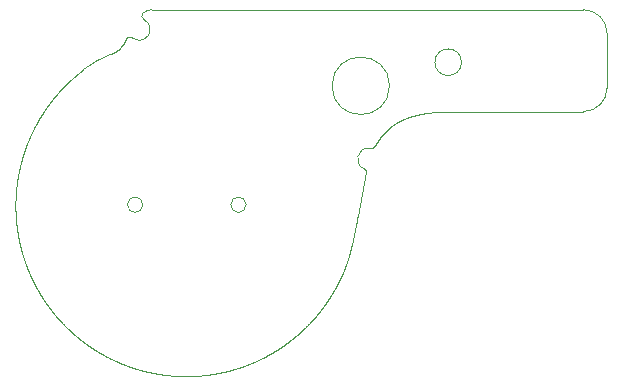
<source format=gbr>
%TF.GenerationSoftware,KiCad,Pcbnew,9.0.3*%
%TF.CreationDate,2025-07-21T12:26:19-07:00*%
%TF.ProjectId,UGC_SubStick_R5,5547435f-5375-4625-9374-69636b5f5235,rev?*%
%TF.SameCoordinates,Original*%
%TF.FileFunction,Profile,NP*%
%FSLAX46Y46*%
G04 Gerber Fmt 4.6, Leading zero omitted, Abs format (unit mm)*
G04 Created by KiCad (PCBNEW 9.0.3) date 2025-07-21 12:26:19*
%MOMM*%
%LPD*%
G01*
G04 APERTURE LIST*
%ADD10C,0.100000*%
%TA.AperFunction,Profile*%
%ADD11C,0.100000*%
%TD*%
G04 APERTURE END LIST*
D10*
X48400516Y-28182021D02*
X48378407Y-28207824D01*
X48356358Y-28233679D01*
X48334371Y-28259585D01*
X48312444Y-28285544D01*
X48290579Y-28311554D01*
X48268775Y-28337615D01*
X48247032Y-28363728D01*
X48225351Y-28389892D01*
X48203731Y-28416106D01*
X48182174Y-28442372D01*
X48160678Y-28468688D01*
X48139244Y-28495055D01*
X48117872Y-28521472D01*
X48096563Y-28547940D01*
X48075316Y-28574457D01*
X48054131Y-28601025D01*
X48033009Y-28627642D01*
X48011950Y-28654309D01*
X47990953Y-28681026D01*
X47970020Y-28707791D01*
X47949149Y-28734607D01*
X47928342Y-28761471D01*
X47907598Y-28788384D01*
X47886917Y-28815346D01*
X47866300Y-28842356D01*
X47845747Y-28869415D01*
X47825257Y-28896523D01*
X47804831Y-28923678D01*
X47784469Y-28950882D01*
X47764172Y-28978133D01*
X47743938Y-29005432D01*
X47723769Y-29032779D01*
X47703664Y-29060173D01*
X47683624Y-29087614D01*
X47663648Y-29115103D01*
X47643737Y-29142638D01*
X47623891Y-29170221D01*
X47604110Y-29197849D01*
X47584394Y-29225525D01*
X47564744Y-29253247D01*
X47545158Y-29281014D01*
X47525638Y-29308828D01*
X47506184Y-29336688D01*
X47486795Y-29364594D01*
X47467472Y-29392545D01*
X47448215Y-29420542D01*
X47438611Y-29434557D01*
X47429024Y-29448583D01*
X47419453Y-29462621D01*
X47409899Y-29476670D01*
X47400361Y-29490731D01*
X47390840Y-29504802D01*
X47381335Y-29518885D01*
X47371847Y-29532979D01*
X47362376Y-29547084D01*
X47352921Y-29561200D01*
X47343483Y-29575327D01*
X47334061Y-29589466D01*
X47324657Y-29603615D01*
X47315268Y-29617776D01*
X47305897Y-29631947D01*
X47296542Y-29646130D01*
X47287204Y-29660324D01*
X47277882Y-29674528D01*
X47268578Y-29688744D01*
X47259290Y-29702970D01*
X47250018Y-29717208D01*
X47240764Y-29731456D01*
X47231526Y-29745715D01*
X47222305Y-29759985D01*
X47213101Y-29774266D01*
X47203914Y-29788558D01*
X47194744Y-29802861D01*
X47185590Y-29817174D01*
X47176453Y-29831498D01*
X47167333Y-29845833D01*
X47158231Y-29860178D01*
X47149144Y-29874535D01*
X47140075Y-29888901D01*
X47131023Y-29903279D01*
X47121988Y-29917667D01*
X47112969Y-29932066D01*
X47103968Y-29946476D01*
X47094984Y-29960896D01*
X47086016Y-29975326D01*
X47077066Y-29989767D01*
X47068132Y-30004219D01*
X47059216Y-30018681D01*
X47050317Y-30033154D01*
X47041434Y-30047637D01*
X47032569Y-30062130D01*
X47023721Y-30076635D01*
X47014890Y-30091149D01*
X47006076Y-30105674D01*
X46997279Y-30120209D01*
X46988499Y-30134754D01*
X46979736Y-30149310D01*
X46970991Y-30163876D01*
X46962263Y-30178452D01*
X46953551Y-30193039D01*
X46944857Y-30207636D01*
X46936180Y-30222243D01*
X46927521Y-30236860D01*
X46918878Y-30251488D01*
X46910253Y-30266125D01*
X46901645Y-30280773D01*
X46893055Y-30295431D01*
X46884481Y-30310099D01*
X46875925Y-30324777D01*
X46867386Y-30339465D01*
X46858865Y-30354163D01*
X46850361Y-30368871D01*
X46841874Y-30383589D01*
X46833404Y-30398318D01*
X46824952Y-30413056D01*
X46816517Y-30427804D01*
X46808100Y-30442561D01*
X46799699Y-30457330D01*
X46791317Y-30472107D01*
X46782951Y-30486895D01*
X46774604Y-30501692D01*
X46766273Y-30516499D01*
X46757960Y-30531316D01*
X46749664Y-30546143D01*
X46741386Y-30560979D01*
X46733126Y-30575826D01*
X46724883Y-30590682D01*
X46716657Y-30605548D01*
X46708449Y-30620423D01*
X46700258Y-30635308D01*
X46692085Y-30650202D01*
X46683929Y-30665107D01*
X46675792Y-30680020D01*
X46667671Y-30694944D01*
X46659568Y-30709876D01*
X46651483Y-30724819D01*
X46643415Y-30739771D01*
X46635365Y-30754733D01*
X46626171Y-30771872D01*
X74634312Y-34684026D02*
X74634784Y-34688471D01*
X74635175Y-34692925D01*
X74635488Y-34697384D01*
X74635720Y-34701849D01*
X74635873Y-34706318D01*
X74635945Y-34710788D01*
X74635938Y-34715260D01*
X74635851Y-34719731D01*
X74635684Y-34724200D01*
X74635570Y-34726433D01*
X74635436Y-34728665D01*
X74635283Y-34730896D01*
X74635109Y-34733126D01*
X74634916Y-34735353D01*
X74634702Y-34737580D01*
X74634469Y-34739804D01*
X74634216Y-34742026D01*
X74633943Y-34744246D01*
X74633650Y-34746463D01*
X74633337Y-34748678D01*
X74633005Y-34750890D01*
X74632653Y-34753098D01*
X74632280Y-34755304D01*
X74631889Y-34757506D01*
X74631477Y-34759705D01*
X74631227Y-34760991D01*
X76551610Y-31022024D02*
X76566200Y-31009654D01*
X76580839Y-30997347D01*
X76595528Y-30985104D01*
X76610266Y-30972923D01*
X76625053Y-30960805D01*
X76639891Y-30948749D01*
X76654780Y-30936755D01*
X76669720Y-30924822D01*
X76684712Y-30912950D01*
X76699755Y-30901140D01*
X76714851Y-30889390D01*
X76730000Y-30877700D01*
X76745201Y-30866070D01*
X76760457Y-30854500D01*
X76775766Y-30842989D01*
X76791130Y-30831538D01*
X76806549Y-30820145D01*
X76822023Y-30808811D01*
X76837553Y-30797535D01*
X76853139Y-30786317D01*
X76868782Y-30775157D01*
X76884482Y-30764054D01*
X76900240Y-30753009D01*
X76916056Y-30742020D01*
X76931930Y-30731088D01*
X76947864Y-30720213D01*
X76963857Y-30709394D01*
X76979910Y-30698630D01*
X76996024Y-30687923D01*
X77012198Y-30677271D01*
X77028434Y-30666674D01*
X77044733Y-30656132D01*
X77061093Y-30645645D01*
X77077517Y-30635213D01*
X77094005Y-30624835D01*
X77110556Y-30614511D01*
X77127173Y-30604241D01*
X77143854Y-30594025D01*
X77160601Y-30583862D01*
X77177415Y-30573753D01*
X77194295Y-30563696D01*
X77211243Y-30553693D01*
X77228259Y-30543742D01*
X77245343Y-30533844D01*
X77262497Y-30523999D01*
X77279720Y-30514206D01*
X77297014Y-30504464D01*
X77314378Y-30494775D01*
X77331814Y-30485137D01*
X77349323Y-30475551D01*
X77366904Y-30466016D01*
X77384558Y-30456532D01*
X77402286Y-30447099D01*
X77420089Y-30437717D01*
X77437968Y-30428386D01*
X77455922Y-30419106D01*
X77473953Y-30409876D01*
X77492061Y-30400696D01*
X77510247Y-30391567D01*
X77528512Y-30382487D01*
X77546856Y-30373458D01*
X77565280Y-30364478D01*
X77583785Y-30355548D01*
X77602371Y-30346667D01*
X77621039Y-30337836D01*
X77639790Y-30329054D01*
X77658625Y-30320321D01*
X77677544Y-30311638D01*
X77696548Y-30303003D01*
X77715638Y-30294418D01*
X77734814Y-30285881D01*
X77754078Y-30277393D01*
X77773430Y-30268953D01*
X77792871Y-30260562D01*
X77812401Y-30252219D01*
X77832022Y-30243925D01*
X77851734Y-30235679D01*
X77871539Y-30227481D01*
X77891436Y-30219331D01*
X77911427Y-30211229D01*
X77931513Y-30203175D01*
X77951694Y-30195169D01*
X77971972Y-30187211D01*
X77992347Y-30179301D01*
X78012820Y-30171438D01*
X78033392Y-30163623D01*
X78054064Y-30155856D01*
X78074837Y-30148136D01*
X78095712Y-30140464D01*
X78116690Y-30132839D01*
X78137771Y-30125261D01*
X78158957Y-30117731D01*
X78180249Y-30110249D01*
X78201647Y-30102813D01*
X78223153Y-30095425D01*
X78244768Y-30088084D01*
X78266492Y-30080791D01*
X78288327Y-30073544D01*
X78310274Y-30066345D01*
X78332333Y-30059193D01*
X78343689Y-30055544D01*
D11*
X55735495Y-21255652D02*
G75*
G02*
X56471980Y-20984303I736505J-863848D01*
G01*
D10*
X73905581Y-38440104D02*
X74631227Y-34760991D01*
X74613821Y-34609776D02*
X74615623Y-34613867D01*
X74617353Y-34617990D01*
X74619008Y-34622143D01*
X74620588Y-34626325D01*
X74622094Y-34630535D01*
X74623524Y-34634771D01*
X74624879Y-34639033D01*
X74626157Y-34643318D01*
X74627358Y-34647626D01*
X74627929Y-34649787D01*
X74628481Y-34651954D01*
X74629014Y-34654126D01*
X74629528Y-34656302D01*
X74630022Y-34658483D01*
X74630496Y-34660668D01*
X74630951Y-34662858D01*
X74631386Y-34665051D01*
X74631802Y-34667248D01*
X74632198Y-34669450D01*
X74632574Y-34671654D01*
X74632930Y-34673862D01*
X74633267Y-34676072D01*
X74633584Y-34678286D01*
X74633881Y-34680503D01*
X74634158Y-34682722D01*
X74634312Y-34684026D01*
X45504584Y-41658188D02*
X45514221Y-41690763D01*
X45523935Y-41723316D01*
X45533725Y-41755845D01*
X45543592Y-41788352D01*
X45553536Y-41820835D01*
X45563556Y-41853295D01*
X45573652Y-41885731D01*
X45583825Y-41918143D01*
X45594074Y-41950531D01*
X45604399Y-41982895D01*
X45614800Y-42015235D01*
X45625278Y-42047550D01*
X45635832Y-42079840D01*
X45646461Y-42112106D01*
X45657167Y-42144347D01*
X45667949Y-42176562D01*
X45678806Y-42208752D01*
X45689739Y-42240916D01*
X45700748Y-42273055D01*
X45711833Y-42305167D01*
X45722993Y-42337254D01*
X45734229Y-42369314D01*
X45745541Y-42401348D01*
X45756927Y-42433356D01*
X45768389Y-42465336D01*
X45779927Y-42497290D01*
X45791540Y-42529216D01*
X45803228Y-42561115D01*
X45814991Y-42592987D01*
X45826829Y-42624831D01*
X45838742Y-42656647D01*
X45850730Y-42688435D01*
X45862793Y-42720195D01*
X45874930Y-42751927D01*
X45887143Y-42783630D01*
X45899430Y-42815304D01*
X45911792Y-42846950D01*
X45924228Y-42878566D01*
X45936739Y-42910153D01*
X45949324Y-42941711D01*
X45961983Y-42973240D01*
X45974717Y-43004738D01*
X45987525Y-43036207D01*
X46000407Y-43067645D01*
X46013363Y-43099053D01*
X46026393Y-43130431D01*
X46039497Y-43161778D01*
X46052674Y-43193094D01*
X46065926Y-43224380D01*
X46079251Y-43255634D01*
X46092650Y-43286857D01*
X46106122Y-43318048D01*
X46119668Y-43349208D01*
X46133287Y-43380336D01*
X46146980Y-43411432D01*
X46160745Y-43442496D01*
X46174584Y-43473527D01*
X46188496Y-43504526D01*
X46202481Y-43535492D01*
X46216539Y-43566425D01*
X46230670Y-43597326D01*
X46244873Y-43628193D01*
X46259150Y-43659026D01*
X46273499Y-43689826D01*
X46287920Y-43720593D01*
X46302414Y-43751325D01*
X46316980Y-43782024D01*
X46331619Y-43812688D01*
X46346329Y-43843317D01*
X46361112Y-43873912D01*
X46375967Y-43904473D01*
X46390894Y-43934998D01*
X46405893Y-43965488D01*
X46420963Y-43995943D01*
X46436106Y-44026363D01*
X46451320Y-44056747D01*
X46466605Y-44087095D01*
X46481962Y-44117407D01*
X46497390Y-44147683D01*
X46512890Y-44177923D01*
X46528461Y-44208126D01*
X46544103Y-44238293D01*
X46559815Y-44268422D01*
X46575599Y-44298515D01*
X46583518Y-44313548D01*
X46591454Y-44328571D01*
X46599408Y-44343585D01*
X46607380Y-44358589D01*
X46615369Y-44373584D01*
X46623376Y-44388570D01*
X46631400Y-44403546D01*
X46639442Y-44418513D01*
X46647502Y-44433471D01*
X46655580Y-44448419D01*
X46663675Y-44463357D01*
X46671787Y-44478286D01*
X46679918Y-44493206D01*
X46688065Y-44508115D01*
X46696231Y-44523016D01*
X46704414Y-44537906D01*
X46712614Y-44552787D01*
X46720832Y-44567659D01*
X46729067Y-44582521D01*
X46737320Y-44597373D01*
X46745591Y-44612215D01*
X46753879Y-44627048D01*
X46762184Y-44641870D01*
X46770507Y-44656684D01*
X46778847Y-44671487D01*
X46787205Y-44686280D01*
X46795580Y-44701064D01*
X46803972Y-44715838D01*
X46812382Y-44730602D01*
X46820810Y-44745356D01*
X46829254Y-44760100D01*
X46837716Y-44774834D01*
X46846196Y-44789559D01*
X46854692Y-44804273D01*
X46863206Y-44818977D01*
X46871738Y-44833671D01*
X46880286Y-44848356D01*
X46888852Y-44863030D01*
X46897435Y-44877694D01*
X46906036Y-44892348D01*
X46914654Y-44906992D01*
X46923289Y-44921626D01*
X46931941Y-44936249D01*
X46940610Y-44950863D01*
X46949297Y-44965466D01*
X46958001Y-44980059D01*
X46966721Y-44994642D01*
X46975460Y-45009214D01*
X46984215Y-45023776D01*
X46992987Y-45038328D01*
X47001777Y-45052870D01*
X47010584Y-45067401D01*
X47019407Y-45081922D01*
X47028248Y-45096432D01*
X47037106Y-45110932D01*
X47045981Y-45125422D01*
X47054873Y-45139901D01*
X47063783Y-45154370D01*
X47072709Y-45168828D01*
X47081652Y-45183276D01*
X47090612Y-45197713D01*
X47099590Y-45212140D01*
X47108584Y-45226556D01*
X47117595Y-45240962D01*
X47126623Y-45255357D01*
X47135668Y-45269741D01*
X47144730Y-45284115D01*
X47153809Y-45298478D01*
X47162905Y-45312830D01*
X47172018Y-45327172D01*
X47181147Y-45341503D01*
X47190294Y-45355823D01*
X47199457Y-45370132D01*
X47208637Y-45384431D01*
X47217834Y-45398719D01*
X47227048Y-45412996D01*
X47236278Y-45427262D01*
X47245526Y-45441517D01*
X47254790Y-45455761D01*
X47264071Y-45469995D01*
X47273369Y-45484217D01*
X47282683Y-45498429D01*
X47292014Y-45512630D01*
X47301363Y-45526820D01*
X47310727Y-45540998D01*
X47320108Y-45555166D01*
X47329506Y-45569322D01*
X47338921Y-45583468D01*
X47348352Y-45597602D01*
X47357800Y-45611726D01*
X47367265Y-45625838D01*
X47376746Y-45639939D01*
X47386244Y-45654029D01*
X47395758Y-45668108D01*
X47405289Y-45682175D01*
X47414837Y-45696232D01*
X47424401Y-45710277D01*
X47433981Y-45724311D01*
X47443578Y-45738333D01*
X47453192Y-45752345D01*
X47462822Y-45766345D01*
X47472469Y-45780334D01*
X47482132Y-45794311D01*
X47491812Y-45808277D01*
X47501507Y-45822231D01*
X47511220Y-45836175D01*
X47520949Y-45850106D01*
X47530694Y-45864027D01*
X47540455Y-45877935D01*
X47550234Y-45891833D01*
X47560028Y-45905719D01*
X47569839Y-45919593D01*
X47579665Y-45933456D01*
X47589509Y-45947307D01*
X47599368Y-45961146D01*
X47609245Y-45974975D01*
X47619137Y-45988791D01*
X47629045Y-46002596D01*
X47638970Y-46016389D01*
X47648911Y-46030171D01*
X47658868Y-46043940D01*
X47668842Y-46057698D01*
X47678831Y-46071444D01*
X47688837Y-46085179D01*
X47698859Y-46098902D01*
X47708897Y-46112613D01*
X47718952Y-46126312D01*
X47729022Y-46140000D01*
X47739109Y-46153675D01*
X47749211Y-46167339D01*
X47759330Y-46180990D01*
X47769465Y-46194631D01*
X47779616Y-46208258D01*
X47789783Y-46221875D01*
X47799966Y-46235478D01*
X47810165Y-46249071D01*
X47820380Y-46262651D01*
X47830611Y-46276219D01*
X47840858Y-46289775D01*
X47851121Y-46303319D01*
X47861400Y-46316851D01*
X47871695Y-46330371D01*
X47882005Y-46343879D01*
X47892332Y-46357375D01*
X47902675Y-46370858D01*
X47913033Y-46384330D01*
X47923408Y-46397789D01*
X47933798Y-46411236D01*
X47944204Y-46424670D01*
X47954626Y-46438093D01*
X47965063Y-46451503D01*
X47975517Y-46464902D01*
X47985986Y-46478287D01*
X47996472Y-46491661D01*
X48006972Y-46505022D01*
X48017489Y-46518371D01*
X48028021Y-46531707D01*
X48038569Y-46545032D01*
X48049133Y-46558343D01*
X48059713Y-46571643D01*
X48070307Y-46584930D01*
X48080918Y-46598204D01*
X48088946Y-46608226D01*
D11*
X74475894Y-34479354D02*
G75*
G02*
X74906800Y-32712345I329906J855594D01*
G01*
D10*
X57675374Y-51918106D02*
X57709140Y-51922024D01*
X57742914Y-51925863D01*
X57776697Y-51929622D01*
X57810489Y-51933301D01*
X57844290Y-51936901D01*
X57878099Y-51940422D01*
X57911916Y-51943862D01*
X57945740Y-51947224D01*
X57979573Y-51950505D01*
X58013413Y-51953707D01*
X58047261Y-51956830D01*
X58081115Y-51959872D01*
X58114977Y-51962835D01*
X58148846Y-51965719D01*
X58182721Y-51968522D01*
X58216603Y-51971246D01*
X58250491Y-51973890D01*
X58284385Y-51976454D01*
X58318285Y-51978939D01*
X58352191Y-51981344D01*
X58386102Y-51983669D01*
X58420019Y-51985914D01*
X58453941Y-51988079D01*
X58487867Y-51990165D01*
X58521799Y-51992170D01*
X58555736Y-51994096D01*
X58589676Y-51995942D01*
X58623622Y-51997708D01*
X58657571Y-51999394D01*
X58691524Y-52001001D01*
X58725481Y-52002527D01*
X58759441Y-52003973D01*
X58793404Y-52005340D01*
X58827371Y-52006626D01*
X58861341Y-52007833D01*
X58895314Y-52008960D01*
X58929289Y-52010007D01*
X58963266Y-52010973D01*
X58997246Y-52011860D01*
X59031228Y-52012667D01*
X59065212Y-52013394D01*
X59099197Y-52014041D01*
X59133184Y-52014608D01*
X59167172Y-52015095D01*
X59201161Y-52015502D01*
X59235151Y-52015829D01*
X59269142Y-52016075D01*
X59303133Y-52016242D01*
X59337125Y-52016329D01*
X59371116Y-52016336D01*
X59405108Y-52016263D01*
X59439100Y-52016110D01*
X59473091Y-52015877D01*
X59507081Y-52015564D01*
X59541071Y-52015171D01*
X59575060Y-52014698D01*
X59609048Y-52014145D01*
X59643034Y-52013512D01*
X59677019Y-52012799D01*
X59711002Y-52012006D01*
X59744983Y-52011134D01*
X59778962Y-52010181D01*
X59812938Y-52009148D01*
X59846912Y-52008035D01*
X59880884Y-52006842D01*
X59914852Y-52005570D01*
X59948818Y-52004217D01*
X59982780Y-52002784D01*
X60016739Y-52001272D01*
X60050694Y-51999680D01*
X60084646Y-51998007D01*
X60118593Y-51996255D01*
X60152536Y-51994423D01*
X60186475Y-51992511D01*
X60220410Y-51990519D01*
X60254339Y-51988447D01*
X60288264Y-51986296D01*
X60322183Y-51984064D01*
X60356097Y-51981753D01*
X60390006Y-51979362D01*
X60423908Y-51976891D01*
X60457805Y-51974341D01*
X60474752Y-51973036D01*
X60491696Y-51971710D01*
X60508639Y-51970365D01*
X60525581Y-51969000D01*
X60542521Y-51967615D01*
X60559459Y-51966210D01*
X60576395Y-51964786D01*
X60593330Y-51963341D01*
X60610263Y-51961876D01*
X60627195Y-51960392D01*
X60644125Y-51958887D01*
X60661052Y-51957363D01*
X60677978Y-51955818D01*
X60694903Y-51954254D01*
X60711825Y-51952670D01*
X60728746Y-51951066D01*
X60745664Y-51949442D01*
X60762581Y-51947798D01*
X60779496Y-51946134D01*
X60796408Y-51944450D01*
X60813319Y-51942747D01*
X60830228Y-51941023D01*
X60847135Y-51939280D01*
X60864039Y-51937516D01*
X60880942Y-51935733D01*
X60897842Y-51933930D01*
X60914741Y-51932107D01*
X60931637Y-51930264D01*
X60948531Y-51928401D01*
X60965422Y-51926519D01*
X60982312Y-51924616D01*
X60999199Y-51922694D01*
X61016084Y-51920752D01*
X61032967Y-51918790D01*
X61049847Y-51916808D01*
X61066725Y-51914806D01*
X61083601Y-51912784D01*
X61100474Y-51910742D01*
X61117345Y-51908681D01*
X61134213Y-51906600D01*
X61151079Y-51904499D01*
X61167943Y-51902378D01*
X61184803Y-51900237D01*
X61201662Y-51898076D01*
X61218517Y-51895896D01*
X61235371Y-51893696D01*
X61252221Y-51891475D01*
X61269069Y-51889235D01*
X61285915Y-51886976D01*
X61302757Y-51884696D01*
X61319597Y-51882397D01*
X61336434Y-51880077D01*
X61353269Y-51877738D01*
X61370101Y-51875379D01*
X61386929Y-51873001D01*
X61403756Y-51870602D01*
X61420579Y-51868184D01*
X61437399Y-51865746D01*
X61454217Y-51863288D01*
X61471031Y-51860811D01*
X61487843Y-51858313D01*
X61504652Y-51855796D01*
X61521457Y-51853259D01*
X61538260Y-51850702D01*
X61555059Y-51848126D01*
X61571856Y-51845529D01*
X61588650Y-51842913D01*
X61605440Y-51840278D01*
X61622227Y-51837622D01*
X61639012Y-51834947D01*
X61655792Y-51832252D01*
X61672570Y-51829537D01*
X61689345Y-51826802D01*
X61706116Y-51824048D01*
X61722884Y-51821274D01*
X61739649Y-51818480D01*
X61756411Y-51815667D01*
X61773169Y-51812834D01*
X61789923Y-51809981D01*
X61806675Y-51807108D01*
X61823423Y-51804216D01*
X61840168Y-51801304D01*
X61856909Y-51798372D01*
X61873647Y-51795421D01*
X61890381Y-51792449D01*
X61907112Y-51789459D01*
X61923838Y-51786448D01*
X61940562Y-51783418D01*
X61957282Y-51780368D01*
X61973999Y-51777298D01*
X61990711Y-51774209D01*
X62007420Y-51771100D01*
X62024126Y-51767972D01*
X62040828Y-51764824D01*
X62057525Y-51761656D01*
X62074220Y-51758468D01*
X62090910Y-51755261D01*
X62107597Y-51752034D01*
X62124280Y-51748788D01*
X62140959Y-51745522D01*
X62157634Y-51742236D01*
X62174306Y-51738931D01*
X62190973Y-51735606D01*
X62207636Y-51732262D01*
X62224296Y-51728898D01*
X62240951Y-51725514D01*
X62257603Y-51722110D01*
X62274251Y-51718688D01*
X62290894Y-51715245D01*
X62307533Y-51711783D01*
X62324168Y-51708301D01*
X62340800Y-51704800D01*
X62357427Y-51701279D01*
X62374050Y-51697739D01*
X62390668Y-51694179D01*
X62407283Y-51690599D01*
X62423893Y-51687000D01*
X62440500Y-51683382D01*
X62457101Y-51679744D01*
X62473699Y-51676086D01*
X62490292Y-51672409D01*
X62506881Y-51668712D01*
X62523465Y-51664996D01*
X62540046Y-51661260D01*
X62556621Y-51657505D01*
X62573193Y-51653730D01*
X62589759Y-51649936D01*
X62606322Y-51646122D01*
X62622879Y-51642289D01*
X62639433Y-51638436D01*
X62655982Y-51634564D01*
X62672526Y-51630672D01*
X62689065Y-51626761D01*
X62705601Y-51622830D01*
X62722131Y-51618880D01*
X62738657Y-51614911D01*
X62755178Y-51610922D01*
X62771695Y-51606913D01*
X62788206Y-51602886D01*
X62804713Y-51598838D01*
X62821215Y-51594771D01*
X62837713Y-51590685D01*
X62854205Y-51586580D01*
X62870693Y-51582455D01*
X62887176Y-51578310D01*
X62903654Y-51574147D01*
X62920127Y-51569963D01*
X62936596Y-51565761D01*
X62953058Y-51561539D01*
X62969517Y-51557298D01*
X62985970Y-51553037D01*
X63002419Y-51548757D01*
X63018862Y-51544457D01*
X63035300Y-51540139D01*
X63051733Y-51535801D01*
X63068162Y-51531443D01*
X63084584Y-51527066D01*
X63101003Y-51522670D01*
X63117415Y-51518255D01*
X63133823Y-51513820D01*
X63150225Y-51509366D01*
X63166622Y-51504892D01*
X63183014Y-51500400D01*
X63199401Y-51495888D01*
X63215781Y-51491357D01*
X63232158Y-51486806D01*
X63240635Y-51484442D01*
X52357930Y-50207191D02*
X52387679Y-50223627D01*
X52417467Y-50239992D01*
X52447294Y-50256287D01*
X52477158Y-50272512D01*
X52507061Y-50288667D01*
X52537002Y-50304751D01*
X52566980Y-50320765D01*
X52596996Y-50336708D01*
X52627049Y-50352580D01*
X52657140Y-50368382D01*
X52687268Y-50384112D01*
X52717432Y-50399772D01*
X52747634Y-50415361D01*
X52777872Y-50430878D01*
X52808146Y-50446325D01*
X52838457Y-50461700D01*
X52868804Y-50477004D01*
X52899187Y-50492236D01*
X52929605Y-50507397D01*
X52960059Y-50522486D01*
X52990549Y-50537503D01*
X53021074Y-50552449D01*
X53051634Y-50567322D01*
X53082230Y-50582124D01*
X53112860Y-50596854D01*
X53143524Y-50611512D01*
X53174223Y-50626097D01*
X53204957Y-50640611D01*
X53235724Y-50655051D01*
X53266526Y-50669420D01*
X53297361Y-50683716D01*
X53328230Y-50697939D01*
X53359132Y-50712090D01*
X53390068Y-50726168D01*
X53421037Y-50740173D01*
X53452039Y-50754106D01*
X53483073Y-50767965D01*
X53514140Y-50781751D01*
X53545240Y-50795464D01*
X53576372Y-50809104D01*
X53607536Y-50822671D01*
X53638732Y-50836164D01*
X53669959Y-50849584D01*
X53701218Y-50862931D01*
X53732509Y-50876204D01*
X53763831Y-50889403D01*
X53795184Y-50902528D01*
X53826568Y-50915580D01*
X53857982Y-50928558D01*
X53889428Y-50941462D01*
X53920903Y-50954292D01*
X53952409Y-50967048D01*
X53983944Y-50979729D01*
X54015510Y-50992337D01*
X54047105Y-51004870D01*
X54078730Y-51017329D01*
X54110384Y-51029713D01*
X54142067Y-51042023D01*
X54173779Y-51054258D01*
X54205520Y-51066419D01*
X54237290Y-51078505D01*
X54269088Y-51090516D01*
X54300914Y-51102452D01*
X54332769Y-51114314D01*
X54364651Y-51126100D01*
X54396561Y-51137812D01*
X54428498Y-51149448D01*
X54460463Y-51161009D01*
X54492455Y-51172495D01*
X54524475Y-51183906D01*
X54556521Y-51195241D01*
X54588593Y-51206501D01*
X54620692Y-51217685D01*
X54652818Y-51228794D01*
X54684969Y-51239828D01*
X54717147Y-51250785D01*
X54749350Y-51261667D01*
X54781579Y-51272473D01*
X54813833Y-51283203D01*
X54846112Y-51293857D01*
X54878417Y-51304435D01*
X54910746Y-51314938D01*
X54943100Y-51325364D01*
X54959286Y-51330548D01*
X54975479Y-51335714D01*
X54991677Y-51340860D01*
X55007882Y-51345987D01*
X55024092Y-51351096D01*
X55040309Y-51356185D01*
X55056531Y-51361255D01*
X55072760Y-51366306D01*
X55088994Y-51371338D01*
X55105234Y-51376351D01*
X55121480Y-51381344D01*
X55137732Y-51386319D01*
X55153990Y-51391274D01*
X55170254Y-51396211D01*
X55186524Y-51401128D01*
X55202799Y-51406026D01*
X55219080Y-51410905D01*
X55235367Y-51415765D01*
X55251660Y-51420605D01*
X55267958Y-51425427D01*
X55284262Y-51430229D01*
X55300571Y-51435012D01*
X55316887Y-51439776D01*
X55333207Y-51444520D01*
X55349534Y-51449246D01*
X55365866Y-51453952D01*
X55382203Y-51458639D01*
X55398546Y-51463307D01*
X55414895Y-51467955D01*
X55431249Y-51472584D01*
X55447608Y-51477194D01*
X55463973Y-51481785D01*
X55480343Y-51486357D01*
X55496719Y-51490909D01*
X55513100Y-51495442D01*
X55529486Y-51499956D01*
X55545877Y-51504450D01*
X55562274Y-51508925D01*
X55578676Y-51513381D01*
X55595084Y-51517818D01*
X55611496Y-51522235D01*
X55627914Y-51526633D01*
X55644337Y-51531012D01*
X55660765Y-51535371D01*
X55677198Y-51539711D01*
X55693636Y-51544032D01*
X55710080Y-51548333D01*
X55726528Y-51552615D01*
X55742982Y-51556877D01*
X55759440Y-51561120D01*
X55775903Y-51565344D01*
X55792372Y-51569549D01*
X55808845Y-51573734D01*
X55825324Y-51577899D01*
X55841807Y-51582046D01*
X55858295Y-51586173D01*
X55874787Y-51590280D01*
X55891285Y-51594368D01*
X55907788Y-51598437D01*
X55924295Y-51602486D01*
X55940807Y-51606516D01*
X55957324Y-51610526D01*
X55973845Y-51614517D01*
X55990371Y-51618489D01*
X56006902Y-51622441D01*
X56023438Y-51626373D01*
X56039978Y-51630286D01*
X56056523Y-51634180D01*
X56073072Y-51638054D01*
X56089626Y-51641909D01*
X56106184Y-51645744D01*
X56122747Y-51649560D01*
X56139314Y-51653356D01*
X56155886Y-51657133D01*
X56172462Y-51660890D01*
X56189043Y-51664628D01*
X56205627Y-51668346D01*
X56222217Y-51672045D01*
X56238810Y-51675724D01*
X56255409Y-51679384D01*
X56272011Y-51683024D01*
X56288618Y-51686644D01*
X56305228Y-51690245D01*
X56321844Y-51693827D01*
X56338463Y-51697389D01*
X56355086Y-51700931D01*
X56371714Y-51704454D01*
X56388346Y-51707957D01*
X56404981Y-51711441D01*
X56421622Y-51714905D01*
X56438265Y-51718350D01*
X56454914Y-51721775D01*
X56471565Y-51725180D01*
X56488222Y-51728566D01*
X56504882Y-51731932D01*
X56521546Y-51735278D01*
X56538214Y-51738605D01*
X56554886Y-51741912D01*
X56571561Y-51745200D01*
X56588241Y-51748468D01*
X56604924Y-51751717D01*
X56621612Y-51754945D01*
X56638303Y-51758154D01*
X56654998Y-51761344D01*
X56671696Y-51764514D01*
X56688399Y-51767664D01*
X56705104Y-51770795D01*
X56721814Y-51773906D01*
X56738527Y-51776997D01*
X56755245Y-51780068D01*
X56771965Y-51783120D01*
X56788689Y-51786152D01*
X56805417Y-51789165D01*
X56822148Y-51792158D01*
X56838883Y-51795131D01*
X56855622Y-51798084D01*
X56872363Y-51801018D01*
X56889108Y-51803932D01*
X56905857Y-51806826D01*
X56922609Y-51809701D01*
X56939364Y-51812556D01*
X56956123Y-51815391D01*
X56972885Y-51818207D01*
X56989651Y-51821003D01*
X57006419Y-51823779D01*
X57023192Y-51826535D01*
X57039967Y-51829271D01*
X57056745Y-51831988D01*
X57073527Y-51834685D01*
X57090312Y-51837363D01*
X57107100Y-51840020D01*
X57123891Y-51842658D01*
X57140685Y-51845276D01*
X57157483Y-51847874D01*
X57174283Y-51850453D01*
X57191086Y-51853012D01*
X57207892Y-51855551D01*
X57224702Y-51858070D01*
X57241514Y-51860569D01*
X57258330Y-51863049D01*
X57275148Y-51865509D01*
X57291970Y-51867949D01*
X57308793Y-51870369D01*
X57325621Y-51872770D01*
X57342450Y-51875150D01*
X57359283Y-51877511D01*
X57376118Y-51879852D01*
X57392957Y-51882174D01*
X57409797Y-51884475D01*
X57426641Y-51886757D01*
X57443487Y-51889019D01*
X57460336Y-51891261D01*
X57477188Y-51893483D01*
X57494042Y-51895685D01*
X57510899Y-51897868D01*
X57527759Y-51900030D01*
X57544620Y-51902173D01*
X57561485Y-51904296D01*
X57578352Y-51906399D01*
X57595222Y-51908483D01*
X57612094Y-51910546D01*
X57628969Y-51912590D01*
X57645845Y-51914614D01*
X57662725Y-51916618D01*
X57675374Y-51918106D01*
D11*
X55807641Y-21835833D02*
G75*
G02*
X54812306Y-23360614I-405941J-822267D01*
G01*
D10*
X78343689Y-30055544D02*
X78365913Y-30048466D01*
X78388273Y-30041428D01*
X78410768Y-30034432D01*
X78433399Y-30027477D01*
X78456167Y-30020563D01*
X78479071Y-30013691D01*
X78502112Y-30006862D01*
X78525290Y-30000075D01*
X78548605Y-29993331D01*
X78572058Y-29986630D01*
X78595648Y-29979974D01*
X78619377Y-29973361D01*
X78643243Y-29966792D01*
X78667247Y-29960268D01*
X78691390Y-29953789D01*
X78715671Y-29947356D01*
X78740091Y-29940969D01*
X78764649Y-29934627D01*
X78789346Y-29928332D01*
X78814182Y-29922085D01*
X78839156Y-29915884D01*
X78864270Y-29909731D01*
X78889522Y-29903626D01*
X78914914Y-29897570D01*
X78940444Y-29891563D01*
X78966113Y-29885604D01*
X78991920Y-29879696D01*
X79017867Y-29873837D01*
X79043952Y-29868029D01*
X79070175Y-29862272D01*
X79096537Y-29856566D01*
X79123036Y-29850912D01*
X79149674Y-29845310D01*
X79176449Y-29839760D01*
X79203361Y-29834263D01*
X79230410Y-29828820D01*
X79257597Y-29823430D01*
X79284919Y-29818095D01*
X79312377Y-29812814D01*
X79339971Y-29807588D01*
X79367700Y-29802418D01*
X79395564Y-29797303D01*
X79423561Y-29792245D01*
X79451692Y-29787244D01*
X79479956Y-29782300D01*
X79508352Y-29777414D01*
X79536879Y-29772586D01*
X79565537Y-29767817D01*
X79594325Y-29763107D01*
X79623241Y-29758456D01*
X79652286Y-29753865D01*
X79681458Y-29749335D01*
X79710756Y-29744866D01*
X79740179Y-29740458D01*
X79769725Y-29736112D01*
X79799394Y-29731829D01*
X79829185Y-29727608D01*
X79859095Y-29723451D01*
X79889123Y-29719357D01*
X79919269Y-29715328D01*
X79949529Y-29711364D01*
X79979904Y-29707465D01*
X80010390Y-29703632D01*
X80040985Y-29699865D01*
X80071689Y-29696164D01*
X80102498Y-29692531D01*
X80133411Y-29688966D01*
X80164424Y-29685469D01*
X80195537Y-29682041D01*
X80226745Y-29678682D01*
X80258046Y-29675393D01*
X80289438Y-29672175D01*
X80320917Y-29669027D01*
X80352480Y-29665950D01*
X80384123Y-29662945D01*
X80415843Y-29660013D01*
X80447636Y-29657153D01*
X80479498Y-29654367D01*
X80511424Y-29651655D01*
X80543411Y-29649017D01*
X80575453Y-29646454D01*
X80607545Y-29643966D01*
X80639682Y-29641554D01*
X80671858Y-29639219D01*
X80704068Y-29636960D01*
X80736303Y-29634779D01*
X80768558Y-29632675D01*
X80800826Y-29630650D01*
X80833098Y-29628704D01*
X80865366Y-29626837D01*
X80897622Y-29625049D01*
X80929855Y-29623342D01*
X80962056Y-29621715D01*
X80994214Y-29620169D01*
X81026316Y-29618705D01*
X81058351Y-29617322D01*
X81090304Y-29616021D01*
X81122160Y-29614803D01*
X81153904Y-29613667D01*
X81185518Y-29612614D01*
X81216983Y-29611645D01*
X81248278Y-29610758D01*
X81279381Y-29609955D01*
X81310265Y-29609235D01*
X81340904Y-29608598D01*
X81371266Y-29608045D01*
X81401316Y-29607574D01*
X81431017Y-29607185D01*
X81460325Y-29606878D01*
X81489191Y-29606651D01*
X81517561Y-29606504D01*
X81545375Y-29606434D01*
X81557069Y-29606427D01*
X54341635Y-23379484D02*
X54345430Y-23375799D01*
X54349279Y-23372172D01*
X54353184Y-23368603D01*
X54357142Y-23365093D01*
X54361152Y-23361644D01*
X54365215Y-23358255D01*
X54369328Y-23354928D01*
X54373491Y-23351664D01*
X54377704Y-23348463D01*
X54381964Y-23345326D01*
X54386272Y-23342253D01*
X54390625Y-23339246D01*
X54395024Y-23336304D01*
X54397240Y-23334859D01*
X54399467Y-23333430D01*
X54401705Y-23332018D01*
X54403953Y-23330623D01*
X54406212Y-23329245D01*
X54408481Y-23327884D01*
X54410760Y-23326540D01*
X54413050Y-23325214D01*
X54415349Y-23323904D01*
X54417659Y-23322613D01*
X54419978Y-23321338D01*
X54422307Y-23320082D01*
X54424645Y-23318843D01*
X54426992Y-23317621D01*
X54429349Y-23316417D01*
X54431715Y-23315232D01*
X54434089Y-23314064D01*
X54436473Y-23312914D01*
X54438865Y-23311782D01*
X54441266Y-23310668D01*
X54443675Y-23309573D01*
X54446092Y-23308495D01*
X54448517Y-23307436D01*
X54450951Y-23306395D01*
X54454654Y-23304853D01*
X54265410Y-23491434D02*
X54267522Y-23486584D01*
X54269706Y-23481767D01*
X54271964Y-23476982D01*
X54274293Y-23472233D01*
X54276694Y-23467519D01*
X54279166Y-23462842D01*
X54281708Y-23458202D01*
X54284321Y-23453602D01*
X54287003Y-23449041D01*
X54289753Y-23444521D01*
X54292572Y-23440043D01*
X54295458Y-23435608D01*
X54298411Y-23431217D01*
X54299912Y-23429038D01*
X54301430Y-23426871D01*
X54302964Y-23424715D01*
X54304514Y-23422571D01*
X54306081Y-23420439D01*
X54307663Y-23418318D01*
X54309262Y-23416209D01*
X54310877Y-23414113D01*
X54312507Y-23412029D01*
X54314153Y-23409957D01*
X54315815Y-23407898D01*
X54317492Y-23405851D01*
X54319185Y-23403817D01*
X54320893Y-23401796D01*
X54322616Y-23399788D01*
X54324355Y-23397793D01*
X54326108Y-23395811D01*
X54327877Y-23393842D01*
X54329660Y-23391887D01*
X54331458Y-23389945D01*
X54333271Y-23388017D01*
X54335098Y-23386102D01*
X54336940Y-23384202D01*
X54338796Y-23382315D01*
X54341635Y-23379484D01*
X44992782Y-36105071D02*
X44989341Y-36138861D01*
X44985980Y-36172660D01*
X44982698Y-36206466D01*
X44979495Y-36240279D01*
X44976373Y-36274100D01*
X44973330Y-36307928D01*
X44970367Y-36341763D01*
X44967483Y-36375605D01*
X44964680Y-36409453D01*
X44961956Y-36443308D01*
X44959311Y-36477169D01*
X44956747Y-36511036D01*
X44954262Y-36544910D01*
X44951857Y-36578789D01*
X44949532Y-36612673D01*
X44947287Y-36646563D01*
X44945121Y-36680458D01*
X44943035Y-36714358D01*
X44941029Y-36748262D01*
X44939103Y-36782172D01*
X44937257Y-36816086D01*
X44935491Y-36850004D01*
X44933805Y-36883926D01*
X44932198Y-36917852D01*
X44930672Y-36951782D01*
X44929225Y-36985715D01*
X44927858Y-37019652D01*
X44926572Y-37053591D01*
X44925365Y-37087534D01*
X44924238Y-37121480D01*
X44923191Y-37155428D01*
X44922224Y-37189378D01*
X44921337Y-37223331D01*
X44920530Y-37257286D01*
X44919803Y-37291243D01*
X44919156Y-37325201D01*
X44918589Y-37359161D01*
X44918102Y-37393122D01*
X44917694Y-37427084D01*
X44917367Y-37461047D01*
X44917120Y-37495011D01*
X44916953Y-37528976D01*
X44916866Y-37562941D01*
X44916859Y-37596906D01*
X44916931Y-37630871D01*
X44917084Y-37664835D01*
X44917317Y-37698800D01*
X44917630Y-37732764D01*
X44918023Y-37766727D01*
X44918495Y-37800689D01*
X44919048Y-37834650D01*
X44919681Y-37868610D01*
X44920394Y-37902568D01*
X44921186Y-37936524D01*
X44922059Y-37970479D01*
X44923012Y-38004431D01*
X44924044Y-38038381D01*
X44925157Y-38072329D01*
X44926349Y-38106274D01*
X44927622Y-38140217D01*
X44928974Y-38174156D01*
X44930407Y-38208092D01*
X44931919Y-38242025D01*
X44933511Y-38275954D01*
X44935183Y-38309879D01*
X44936935Y-38343800D01*
X44938767Y-38377718D01*
X44940679Y-38411630D01*
X44942671Y-38445539D01*
X44944742Y-38479442D01*
X44946894Y-38513341D01*
X44949125Y-38547235D01*
X44951436Y-38581123D01*
X44953827Y-38615006D01*
X44956297Y-38648883D01*
X44958848Y-38682754D01*
X44961478Y-38716619D01*
X44964188Y-38750478D01*
X44966977Y-38784331D01*
X44969847Y-38818177D01*
X44972796Y-38852016D01*
X44975825Y-38885848D01*
X44978933Y-38919673D01*
X44980517Y-38936583D01*
X44982121Y-38953491D01*
X44983745Y-38970397D01*
X44985389Y-38987301D01*
X44987053Y-39004203D01*
X44988737Y-39021104D01*
X44990440Y-39038002D01*
X44992164Y-39054898D01*
X44993907Y-39071792D01*
X44995670Y-39088684D01*
X44997453Y-39105574D01*
X44999256Y-39122462D01*
X45001079Y-39139348D01*
X45002922Y-39156232D01*
X45004785Y-39173113D01*
X45006667Y-39189993D01*
X45008570Y-39206870D01*
X45010492Y-39223745D01*
X45012434Y-39240617D01*
X45014396Y-39257487D01*
X45016378Y-39274355D01*
X45018380Y-39291221D01*
X45020402Y-39308084D01*
X45022443Y-39324945D01*
X45024505Y-39341804D01*
X45026586Y-39358660D01*
X45028687Y-39375513D01*
X45030808Y-39392364D01*
X45032948Y-39409213D01*
X45035109Y-39426059D01*
X45037289Y-39442903D01*
X45039490Y-39459744D01*
X45041710Y-39476582D01*
X45043950Y-39493418D01*
X45046209Y-39510251D01*
X45048489Y-39527081D01*
X45050788Y-39543909D01*
X45053108Y-39560734D01*
X45055447Y-39577556D01*
X45057805Y-39594376D01*
X45060184Y-39611193D01*
X45062583Y-39628007D01*
X45065001Y-39644818D01*
X45067439Y-39661626D01*
X45069897Y-39678432D01*
X45072374Y-39695234D01*
X45074872Y-39712034D01*
X45077389Y-39728830D01*
X45079926Y-39745624D01*
X45082483Y-39762415D01*
X45085059Y-39779202D01*
X45087655Y-39795987D01*
X45090271Y-39812768D01*
X45092907Y-39829547D01*
X45095563Y-39846322D01*
X45098238Y-39863095D01*
X45100933Y-39879864D01*
X45103648Y-39896630D01*
X45106382Y-39913392D01*
X45109137Y-39930152D01*
X45111911Y-39946908D01*
X45114704Y-39963661D01*
X45117518Y-39980410D01*
X45120351Y-39997157D01*
X45123204Y-40013900D01*
X45126077Y-40030639D01*
X45128969Y-40047376D01*
X45131881Y-40064109D01*
X45134813Y-40080838D01*
X45137764Y-40097564D01*
X45140735Y-40114286D01*
X45143726Y-40131005D01*
X45146737Y-40147720D01*
X45149767Y-40164432D01*
X45152817Y-40181141D01*
X45155887Y-40197845D01*
X45158976Y-40214546D01*
X45162085Y-40231244D01*
X45165213Y-40247937D01*
X45168362Y-40264628D01*
X45171529Y-40281314D01*
X45174717Y-40297997D01*
X45177924Y-40314675D01*
X45181151Y-40331351D01*
X45184397Y-40348022D01*
X45187664Y-40364689D01*
X45190949Y-40381353D01*
X45194255Y-40398013D01*
X45197580Y-40414668D01*
X45200924Y-40431320D01*
X45204288Y-40447968D01*
X45207672Y-40464612D01*
X45211075Y-40481252D01*
X45214498Y-40497888D01*
X45217941Y-40514520D01*
X45221403Y-40531148D01*
X45224885Y-40547772D01*
X45228386Y-40564392D01*
X45231907Y-40581007D01*
X45235448Y-40597619D01*
X45239008Y-40614226D01*
X45242587Y-40630829D01*
X45246186Y-40647428D01*
X45249805Y-40664023D01*
X45253443Y-40680613D01*
X45257101Y-40697200D01*
X45260778Y-40713781D01*
X45264475Y-40730359D01*
X45268191Y-40746932D01*
X45271927Y-40763501D01*
X45275682Y-40780065D01*
X45279457Y-40796625D01*
X45283252Y-40813180D01*
X45287066Y-40829731D01*
X45290899Y-40846278D01*
X45294752Y-40862820D01*
X45298624Y-40879357D01*
X45302516Y-40895890D01*
X45306427Y-40912418D01*
X45310358Y-40928943D01*
X45314308Y-40945461D01*
X45318278Y-40961976D01*
X45322267Y-40978486D01*
X45326275Y-40994991D01*
X45330303Y-41011491D01*
X45334351Y-41027987D01*
X45338418Y-41044478D01*
X45342504Y-41060964D01*
X45346610Y-41077445D01*
X45350735Y-41093922D01*
X45354879Y-41110394D01*
X45359043Y-41126861D01*
X45363226Y-41143322D01*
X45367429Y-41159780D01*
X45371651Y-41176232D01*
X45375893Y-41192679D01*
X45380153Y-41209121D01*
X45384434Y-41225558D01*
X45388733Y-41241990D01*
X45393052Y-41258418D01*
X45397390Y-41274839D01*
X45401748Y-41291256D01*
X45406125Y-41307668D01*
X45410521Y-41324075D01*
X45414937Y-41340476D01*
X45419372Y-41356873D01*
X45423826Y-41373264D01*
X45428300Y-41389650D01*
X45432792Y-41406030D01*
X45437305Y-41422406D01*
X45441836Y-41438776D01*
X45446387Y-41455141D01*
X45450957Y-41471500D01*
X45455546Y-41487855D01*
X45460154Y-41504203D01*
X45464782Y-41520547D01*
X45469429Y-41536884D01*
X45474096Y-41553217D01*
X45478781Y-41569544D01*
X45483486Y-41585866D01*
X45488210Y-41602181D01*
X45492953Y-41618492D01*
X45497715Y-41634797D01*
X45502497Y-41651097D01*
X45504584Y-41658188D01*
D11*
X64450000Y-37496718D02*
G75*
G02*
X63150000Y-37496718I-650000J0D01*
G01*
X63150000Y-37496718D02*
G75*
G02*
X64450000Y-37496718I650000J0D01*
G01*
D10*
X46626171Y-30771872D02*
X46610166Y-30801842D01*
X46594231Y-30831850D01*
X46578367Y-30861895D01*
X46562573Y-30891978D01*
X46546851Y-30922097D01*
X46531199Y-30952253D01*
X46515619Y-30982446D01*
X46500110Y-31012676D01*
X46484672Y-31042942D01*
X46469305Y-31073244D01*
X46454010Y-31103582D01*
X46438786Y-31133957D01*
X46423634Y-31164367D01*
X46408553Y-31194812D01*
X46393544Y-31225293D01*
X46378607Y-31255809D01*
X46363742Y-31286361D01*
X46348949Y-31316947D01*
X46334227Y-31347568D01*
X46319578Y-31378223D01*
X46305002Y-31408913D01*
X46290497Y-31439638D01*
X46276065Y-31470396D01*
X46261705Y-31501188D01*
X46247418Y-31532014D01*
X46233203Y-31562874D01*
X46219061Y-31593767D01*
X46204992Y-31624693D01*
X46190996Y-31655652D01*
X46177072Y-31686644D01*
X46163222Y-31717669D01*
X46149445Y-31748727D01*
X46135740Y-31779817D01*
X46122109Y-31810939D01*
X46108552Y-31842093D01*
X46095067Y-31873279D01*
X46081657Y-31904496D01*
X46068319Y-31935746D01*
X46055056Y-31967026D01*
X46041865Y-31998338D01*
X46028749Y-32029681D01*
X46015707Y-32061054D01*
X46002738Y-32092458D01*
X45989843Y-32123893D01*
X45977023Y-32155358D01*
X45964276Y-32186853D01*
X45951604Y-32218378D01*
X45939006Y-32249933D01*
X45926482Y-32281518D01*
X45914032Y-32313131D01*
X45901658Y-32344775D01*
X45889357Y-32376447D01*
X45877131Y-32408148D01*
X45864980Y-32439878D01*
X45852904Y-32471636D01*
X45840902Y-32503423D01*
X45828975Y-32535238D01*
X45817123Y-32567081D01*
X45805347Y-32598952D01*
X45793645Y-32630850D01*
X45782018Y-32662776D01*
X45770467Y-32694729D01*
X45758991Y-32726709D01*
X45747590Y-32758717D01*
X45736264Y-32790751D01*
X45725014Y-32822811D01*
X45713840Y-32854898D01*
X45702741Y-32887012D01*
X45691718Y-32919151D01*
X45680770Y-32951316D01*
X45669898Y-32983507D01*
X45659102Y-33015723D01*
X45648382Y-33047965D01*
X45637738Y-33080231D01*
X45627170Y-33112523D01*
X45616678Y-33144839D01*
X45606262Y-33177180D01*
X45595922Y-33209546D01*
X45585659Y-33241936D01*
X45575471Y-33274349D01*
X45565361Y-33306787D01*
X45560334Y-33323014D01*
X45555326Y-33339248D01*
X45550338Y-33355487D01*
X45545368Y-33371733D01*
X45540418Y-33387984D01*
X45535487Y-33404241D01*
X45530575Y-33420504D01*
X45525682Y-33436772D01*
X45520808Y-33453046D01*
X45515954Y-33469326D01*
X45511118Y-33485612D01*
X45506302Y-33501903D01*
X45501505Y-33518200D01*
X45496728Y-33534502D01*
X45491969Y-33550811D01*
X45487230Y-33567124D01*
X45482509Y-33583443D01*
X45477809Y-33599768D01*
X45473127Y-33616099D01*
X45468464Y-33632434D01*
X45463821Y-33648776D01*
X45459197Y-33665122D01*
X45454592Y-33681474D01*
X45450007Y-33697832D01*
X45445441Y-33714195D01*
X45440894Y-33730563D01*
X45436366Y-33746936D01*
X45431858Y-33763315D01*
X45427369Y-33779699D01*
X45422899Y-33796089D01*
X45418448Y-33812483D01*
X45414017Y-33828883D01*
X45409605Y-33845288D01*
X45405213Y-33861698D01*
X45400840Y-33878113D01*
X45396486Y-33894534D01*
X45392151Y-33910959D01*
X45387836Y-33927390D01*
X45383540Y-33943826D01*
X45379264Y-33960266D01*
X45375007Y-33976712D01*
X45370769Y-33993162D01*
X45366551Y-34009618D01*
X45362352Y-34026079D01*
X45358172Y-34042544D01*
X45354012Y-34059014D01*
X45349871Y-34075489D01*
X45345750Y-34091969D01*
X45341648Y-34108454D01*
X45337565Y-34124944D01*
X45333502Y-34141438D01*
X45329458Y-34157937D01*
X45325434Y-34174441D01*
X45321429Y-34190950D01*
X45317444Y-34207463D01*
X45313478Y-34223981D01*
X45309532Y-34240503D01*
X45305605Y-34257030D01*
X45301697Y-34273562D01*
X45297809Y-34290098D01*
X45293940Y-34306639D01*
X45290091Y-34323184D01*
X45286262Y-34339734D01*
X45282452Y-34356288D01*
X45278661Y-34372847D01*
X45274890Y-34389410D01*
X45271138Y-34405977D01*
X45267406Y-34422550D01*
X45263694Y-34439126D01*
X45260001Y-34455706D01*
X45256327Y-34472291D01*
X45252673Y-34488881D01*
X45249039Y-34505474D01*
X45245424Y-34522072D01*
X45241829Y-34538673D01*
X45238253Y-34555280D01*
X45234697Y-34571890D01*
X45231160Y-34588504D01*
X45227643Y-34605123D01*
X45224146Y-34621745D01*
X45220668Y-34638372D01*
X45217209Y-34655003D01*
X45213771Y-34671637D01*
X45210351Y-34688276D01*
X45206952Y-34704919D01*
X45203572Y-34721566D01*
X45200212Y-34738216D01*
X45196871Y-34754871D01*
X45193550Y-34771529D01*
X45190249Y-34788192D01*
X45186967Y-34804858D01*
X45183704Y-34821528D01*
X45180462Y-34838202D01*
X45177239Y-34854880D01*
X45174036Y-34871561D01*
X45170852Y-34888246D01*
X45167688Y-34904934D01*
X45164544Y-34921627D01*
X45161419Y-34938323D01*
X45158314Y-34955023D01*
X45155229Y-34971726D01*
X45152163Y-34988433D01*
X45149117Y-35005144D01*
X45146091Y-35021858D01*
X45143085Y-35038575D01*
X45140098Y-35055297D01*
X45137131Y-35072021D01*
X45134183Y-35088749D01*
X45131255Y-35105480D01*
X45128347Y-35122216D01*
X45125459Y-35138954D01*
X45122590Y-35155695D01*
X45119741Y-35172440D01*
X45116912Y-35189189D01*
X45114103Y-35205940D01*
X45111313Y-35222695D01*
X45108543Y-35239453D01*
X45105793Y-35256214D01*
X45103062Y-35272978D01*
X45100351Y-35289746D01*
X45097661Y-35306517D01*
X45094989Y-35323291D01*
X45092338Y-35340068D01*
X45089706Y-35356848D01*
X45087094Y-35373631D01*
X45084502Y-35390418D01*
X45081929Y-35407207D01*
X45079377Y-35423999D01*
X45076844Y-35440794D01*
X45074331Y-35457593D01*
X45071838Y-35474393D01*
X45069364Y-35491198D01*
X45066910Y-35508004D01*
X45064476Y-35524814D01*
X45062062Y-35541627D01*
X45059668Y-35558442D01*
X45057294Y-35575260D01*
X45054939Y-35592081D01*
X45052604Y-35608905D01*
X45050289Y-35625732D01*
X45047994Y-35642560D01*
X45045718Y-35659392D01*
X45043463Y-35676226D01*
X45041227Y-35693064D01*
X45039011Y-35709903D01*
X45036815Y-35726746D01*
X45034639Y-35743590D01*
X45032482Y-35760438D01*
X45030346Y-35777287D01*
X45028229Y-35794140D01*
X45026132Y-35810994D01*
X45024055Y-35827852D01*
X45021998Y-35844711D01*
X45019960Y-35861574D01*
X45017943Y-35878438D01*
X45015945Y-35895305D01*
X45013968Y-35912174D01*
X45012010Y-35929046D01*
X45010072Y-35945919D01*
X45008154Y-35962795D01*
X45006255Y-35979673D01*
X45004377Y-35996554D01*
X45002519Y-36013436D01*
X45000680Y-36030321D01*
X44998861Y-36047208D01*
X44997062Y-36064098D01*
X44995284Y-36080988D01*
X44993524Y-36097882D01*
X44992782Y-36105071D01*
D11*
X50691380Y-26038222D02*
G75*
G02*
X52975405Y-24762622I5873620J-7834378D01*
G01*
D10*
X74557718Y-34530965D02*
X74560938Y-34534065D01*
X74564103Y-34537222D01*
X74567211Y-34540436D01*
X74570260Y-34543705D01*
X74573251Y-34547028D01*
X74576183Y-34550404D01*
X74579053Y-34553832D01*
X74581862Y-34557311D01*
X74584609Y-34560840D01*
X74587292Y-34564418D01*
X74589910Y-34568043D01*
X74591195Y-34569873D01*
X74592464Y-34571714D01*
X74593716Y-34573567D01*
X74594951Y-34575431D01*
X74596170Y-34577306D01*
X74597372Y-34579192D01*
X74598557Y-34581089D01*
X74599725Y-34582996D01*
X74600876Y-34584913D01*
X74602010Y-34586841D01*
X74603127Y-34588779D01*
X74604226Y-34590727D01*
X74605307Y-34592684D01*
X74606372Y-34594652D01*
X74607418Y-34596628D01*
X74608447Y-34598614D01*
X74609458Y-34600609D01*
X74610451Y-34602614D01*
X74611426Y-34604626D01*
X74612384Y-34606648D01*
X74613821Y-34609776D01*
D11*
X55700000Y-37496718D02*
G75*
G02*
X54400000Y-37496718I-650000J0D01*
G01*
X54400000Y-37496718D02*
G75*
G02*
X55700000Y-37496718I650000J0D01*
G01*
D10*
X50691380Y-26038222D02*
X50664221Y-26058633D01*
X50637111Y-26079109D01*
X50610048Y-26099648D01*
X50583034Y-26120251D01*
X50556069Y-26140918D01*
X50529152Y-26161648D01*
X50502284Y-26182441D01*
X50475464Y-26203298D01*
X50448694Y-26224218D01*
X50421973Y-26245201D01*
X50395302Y-26266247D01*
X50368680Y-26287356D01*
X50342108Y-26308527D01*
X50315586Y-26329761D01*
X50289113Y-26351058D01*
X50262691Y-26372416D01*
X50236319Y-26393837D01*
X50209997Y-26415320D01*
X50183726Y-26436866D01*
X50157506Y-26458473D01*
X50131337Y-26480141D01*
X50105218Y-26501872D01*
X50079151Y-26523663D01*
X50053135Y-26545517D01*
X50027170Y-26567431D01*
X50001257Y-26589407D01*
X49975396Y-26611444D01*
X49949587Y-26633541D01*
X49923829Y-26655699D01*
X49898124Y-26677918D01*
X49872471Y-26700198D01*
X49846871Y-26722538D01*
X49821323Y-26744938D01*
X49795828Y-26767399D01*
X49770386Y-26789919D01*
X49744997Y-26812499D01*
X49719661Y-26835139D01*
X49694378Y-26857839D01*
X49669148Y-26880598D01*
X49643973Y-26903417D01*
X49618851Y-26926295D01*
X49593783Y-26949232D01*
X49568768Y-26972228D01*
X49543808Y-26995283D01*
X49518903Y-27018397D01*
X49494052Y-27041570D01*
X49469255Y-27064801D01*
X49444513Y-27088090D01*
X49432162Y-27099756D01*
X49419826Y-27111437D01*
X49407503Y-27123133D01*
X49395193Y-27134843D01*
X49382898Y-27146568D01*
X49370616Y-27158307D01*
X49358349Y-27170060D01*
X49346095Y-27181828D01*
X49333854Y-27193611D01*
X49321628Y-27205407D01*
X49309416Y-27217219D01*
X49297217Y-27229044D01*
X49285033Y-27240884D01*
X49272862Y-27252738D01*
X49260705Y-27264607D01*
X49248563Y-27276490D01*
X49236434Y-27288387D01*
X49224319Y-27300299D01*
X49212218Y-27312225D01*
X49200132Y-27324165D01*
X49188059Y-27336119D01*
X49176000Y-27348088D01*
X49163956Y-27360070D01*
X49151925Y-27372067D01*
X49139909Y-27384078D01*
X49127907Y-27396103D01*
X49115919Y-27408143D01*
X49103945Y-27420196D01*
X49091986Y-27432264D01*
X49080040Y-27444345D01*
X49068109Y-27456441D01*
X49056192Y-27468551D01*
X49044289Y-27480674D01*
X49032401Y-27492812D01*
X49020527Y-27504964D01*
X49008667Y-27517130D01*
X48996821Y-27529309D01*
X48984990Y-27541503D01*
X48973173Y-27553711D01*
X48961371Y-27565932D01*
X48949583Y-27578168D01*
X48937809Y-27590417D01*
X48926050Y-27602680D01*
X48914305Y-27614957D01*
X48902575Y-27627248D01*
X48890859Y-27639553D01*
X48879157Y-27651871D01*
X48867470Y-27664203D01*
X48855798Y-27676549D01*
X48844140Y-27688909D01*
X48832497Y-27701282D01*
X48820868Y-27713669D01*
X48809254Y-27726070D01*
X48797654Y-27738485D01*
X48786069Y-27750913D01*
X48774499Y-27763355D01*
X48762943Y-27775810D01*
X48751402Y-27788279D01*
X48739876Y-27800762D01*
X48728364Y-27813258D01*
X48716867Y-27825768D01*
X48705385Y-27838291D01*
X48693917Y-27850828D01*
X48682464Y-27863378D01*
X48671027Y-27875942D01*
X48659603Y-27888519D01*
X48648195Y-27901110D01*
X48636801Y-27913714D01*
X48625423Y-27926331D01*
X48614059Y-27938962D01*
X48602710Y-27951606D01*
X48591376Y-27964264D01*
X48580057Y-27976935D01*
X48568752Y-27989619D01*
X48557463Y-28002317D01*
X48546188Y-28015028D01*
X48534929Y-28027752D01*
X48523684Y-28040490D01*
X48512455Y-28053240D01*
X48501240Y-28066004D01*
X48490041Y-28078781D01*
X48478857Y-28091572D01*
X48467687Y-28104375D01*
X48456533Y-28117192D01*
X48445394Y-28130021D01*
X48434270Y-28142864D01*
X48423161Y-28155720D01*
X48412067Y-28168589D01*
X48400516Y-28182021D01*
D11*
X81557069Y-29606427D02*
X93013210Y-29606427D01*
X76585526Y-27427933D02*
G75*
G02*
X71725526Y-27427933I-2430000J0D01*
G01*
X71725526Y-27427933D02*
G75*
G02*
X76585526Y-27427933I2430000J0D01*
G01*
D10*
X71893000Y-44746883D02*
X71902641Y-44730009D01*
X71912242Y-44713166D01*
X71921788Y-44696379D01*
X71931294Y-44679622D01*
X71940746Y-44662919D01*
X71950158Y-44646246D01*
X71959517Y-44629627D01*
X71968836Y-44613037D01*
X71978104Y-44596499D01*
X71987332Y-44579989D01*
X71996509Y-44563531D01*
X72005647Y-44547101D01*
X72014735Y-44530720D01*
X72023784Y-44514368D01*
X72032784Y-44498063D01*
X72041746Y-44481787D01*
X72050659Y-44465557D01*
X72059535Y-44449354D01*
X72068362Y-44433197D01*
X72077152Y-44417067D01*
X72085895Y-44400982D01*
X72094601Y-44384922D01*
X72103261Y-44368907D01*
X72111884Y-44352916D01*
X72120461Y-44336969D01*
X72129003Y-44321046D01*
X72137499Y-44305165D01*
X72145960Y-44289308D01*
X72154376Y-44273492D01*
X72162757Y-44257700D01*
X72171095Y-44241947D01*
X72179397Y-44226218D01*
X72187657Y-44210526D01*
X72195881Y-44194858D01*
X72204064Y-44179227D01*
X72212212Y-44163619D01*
X72220320Y-44148046D01*
X72228393Y-44132496D01*
X72236425Y-44116981D01*
X72244423Y-44101487D01*
X72252382Y-44086028D01*
X72260307Y-44070589D01*
X72268193Y-44055183D01*
X72276046Y-44039799D01*
X72283860Y-44024445D01*
X72291641Y-44009113D01*
X72299385Y-43993810D01*
X72307095Y-43978528D01*
X72314769Y-43963275D01*
X72322410Y-43948043D01*
X72330015Y-43932838D01*
X72337588Y-43917652D01*
X72345125Y-43902494D01*
X72352630Y-43887355D01*
X72360100Y-43872241D01*
X72367538Y-43857147D01*
X72374942Y-43842077D01*
X72382315Y-43827025D01*
X72389653Y-43811997D01*
X72396961Y-43796988D01*
X72404236Y-43782000D01*
X72411479Y-43767031D01*
X72418691Y-43752082D01*
X72425871Y-43737152D01*
X72433020Y-43722241D01*
X72440138Y-43707347D01*
X72447225Y-43692473D01*
X72454282Y-43677615D01*
X72461309Y-43662775D01*
X72468305Y-43647952D01*
X72475272Y-43633145D01*
X72482209Y-43618354D01*
X72489116Y-43603579D01*
X72495994Y-43588820D01*
X72502843Y-43574075D01*
X72509663Y-43559346D01*
X72516455Y-43544630D01*
X72523218Y-43529929D01*
X72529953Y-43515240D01*
X72536660Y-43500566D01*
X72543339Y-43485903D01*
X72549990Y-43471255D01*
X72556615Y-43456616D01*
X72563211Y-43441991D01*
X72569781Y-43427376D01*
X72576324Y-43412774D01*
X72582840Y-43398179D01*
X72589330Y-43383598D01*
X72595794Y-43369024D01*
X72602231Y-43354462D01*
X72608643Y-43339906D01*
X72615028Y-43325363D01*
X72621389Y-43310824D01*
X72627724Y-43296296D01*
X72634035Y-43281773D01*
X72640319Y-43267260D01*
X72652815Y-43238252D01*
X72665214Y-43209267D01*
X72677517Y-43180304D01*
X72689726Y-43151359D01*
X72701842Y-43122428D01*
X72713866Y-43093510D01*
X72725800Y-43064599D01*
X72737646Y-43035695D01*
X72749404Y-43006792D01*
X72761077Y-42977888D01*
X72772665Y-42948979D01*
X72784170Y-42920063D01*
X72795594Y-42891136D01*
X72806938Y-42862193D01*
X72818203Y-42833233D01*
X72829391Y-42804251D01*
X72840503Y-42775244D01*
X72851541Y-42746208D01*
X72862505Y-42717140D01*
X72873398Y-42688035D01*
X72884220Y-42658890D01*
X72894974Y-42629702D01*
X72905660Y-42600465D01*
X72916280Y-42571177D01*
X72926835Y-42541834D01*
X72937327Y-42512430D01*
X72947757Y-42482962D01*
X72958127Y-42453425D01*
X72968437Y-42423816D01*
X72978690Y-42394129D01*
X72988887Y-42364361D01*
X72999029Y-42334505D01*
X73009118Y-42304558D01*
X73019155Y-42274515D01*
X73029142Y-42244370D01*
X73039080Y-42214119D01*
X73048971Y-42183755D01*
X73058816Y-42153274D01*
X73068617Y-42122670D01*
X73078375Y-42091937D01*
X73088092Y-42061070D01*
X73097770Y-42030061D01*
X73107411Y-41998904D01*
X73117015Y-41967594D01*
X73126586Y-41936123D01*
X73136124Y-41904485D01*
X73145631Y-41872672D01*
X73155109Y-41840676D01*
X73164561Y-41808490D01*
X73173987Y-41776106D01*
X73183391Y-41743515D01*
X73192773Y-41710709D01*
X73202137Y-41677679D01*
X73211484Y-41644414D01*
X73220817Y-41610907D01*
X73230137Y-41577145D01*
X73239448Y-41543118D01*
X73248752Y-41508816D01*
X73258050Y-41474227D01*
X73267347Y-41439337D01*
X73276645Y-41404134D01*
X73285946Y-41368605D01*
X73295255Y-41332735D01*
X73304573Y-41296509D01*
X73313904Y-41259911D01*
X73323253Y-41222924D01*
X73332622Y-41185530D01*
X73342015Y-41147711D01*
X73351437Y-41109445D01*
X73360892Y-41070712D01*
X73370385Y-41031489D01*
X73379920Y-40991751D01*
X73389504Y-40951471D01*
X73399141Y-40910621D01*
X73408838Y-40869172D01*
X73418601Y-40827089D01*
X73428437Y-40784337D01*
X73438355Y-40740878D01*
X73448362Y-40696668D01*
X73458468Y-40651663D01*
X73468682Y-40605810D01*
X73479016Y-40559055D01*
X73489482Y-40511334D01*
X73500093Y-40462580D01*
X73510865Y-40412713D01*
X73521815Y-40361648D01*
X73532962Y-40309285D01*
X73544327Y-40255511D01*
X73555938Y-40200197D01*
X73567823Y-40143191D01*
X73580016Y-40084316D01*
X73592560Y-40023360D01*
X73605504Y-39960068D01*
X73618908Y-39894127D01*
X73632851Y-39825145D01*
X73647431Y-39752618D01*
X73662776Y-39675880D01*
X73679068Y-39594013D01*
X73696566Y-39505689D01*
X73715674Y-39408841D01*
X73737092Y-39299896D01*
X73762255Y-39171519D01*
X73800778Y-38974559D01*
X73826298Y-38844042D01*
X73852244Y-38711502D01*
X73878658Y-38576877D01*
X73892053Y-38508763D01*
X73905581Y-38440104D01*
D11*
X55807641Y-21835833D02*
G75*
G02*
X55735508Y-21255668I154959J313833D01*
G01*
X93013210Y-20984311D02*
X56471980Y-20984311D01*
D10*
X63240635Y-51484442D02*
X63273364Y-51475263D01*
X63306071Y-51466008D01*
X63338757Y-51456675D01*
X63371420Y-51447266D01*
X63404061Y-51437780D01*
X63436680Y-51428217D01*
X63469276Y-51418577D01*
X63501849Y-51408861D01*
X63534400Y-51399068D01*
X63566927Y-51389198D01*
X63599431Y-51379252D01*
X63631911Y-51369230D01*
X63664368Y-51359131D01*
X63696801Y-51348955D01*
X63729210Y-51338704D01*
X63761594Y-51328376D01*
X63793955Y-51317972D01*
X63826291Y-51307491D01*
X63858602Y-51296935D01*
X63890888Y-51286303D01*
X63923149Y-51275594D01*
X63955385Y-51264810D01*
X63987596Y-51253950D01*
X64019781Y-51243014D01*
X64051940Y-51232003D01*
X64084073Y-51220915D01*
X64116181Y-51209753D01*
X64148261Y-51198514D01*
X64180316Y-51187200D01*
X64212344Y-51175811D01*
X64244345Y-51164346D01*
X64276319Y-51152806D01*
X64308265Y-51141191D01*
X64340185Y-51129501D01*
X64372077Y-51117735D01*
X64403941Y-51105894D01*
X64435777Y-51093979D01*
X64467586Y-51081988D01*
X64499366Y-51069923D01*
X64531118Y-51057783D01*
X64562841Y-51045568D01*
X64594535Y-51033279D01*
X64626201Y-51020914D01*
X64657837Y-51008476D01*
X64689444Y-50995963D01*
X64721022Y-50983375D01*
X64752570Y-50970714D01*
X64784088Y-50957978D01*
X64815576Y-50945168D01*
X64847034Y-50932283D01*
X64878462Y-50919325D01*
X64909859Y-50906293D01*
X64941226Y-50893187D01*
X64972561Y-50880007D01*
X65003866Y-50866753D01*
X65035140Y-50853426D01*
X65066382Y-50840025D01*
X65097592Y-50826551D01*
X65128771Y-50813003D01*
X65159918Y-50799382D01*
X65191033Y-50785687D01*
X65222116Y-50771920D01*
X65253166Y-50758079D01*
X65284184Y-50744165D01*
X65315168Y-50730178D01*
X65346120Y-50716118D01*
X65377039Y-50701986D01*
X65407925Y-50687780D01*
X65438777Y-50673502D01*
X65469595Y-50659152D01*
X65500380Y-50644729D01*
X65531130Y-50630233D01*
X65561847Y-50615666D01*
X65592529Y-50601025D01*
X65623176Y-50586313D01*
X65653789Y-50571529D01*
X65684368Y-50556672D01*
X65714911Y-50541744D01*
X65745419Y-50526744D01*
X65775891Y-50511672D01*
X65806328Y-50496528D01*
X65836730Y-50481313D01*
X65867095Y-50466026D01*
X65882264Y-50458356D01*
X65897425Y-50450668D01*
X65912576Y-50442962D01*
X65927718Y-50435239D01*
X65942851Y-50427497D01*
X65957975Y-50419738D01*
X65973089Y-50411961D01*
X65988195Y-50404166D01*
X66003291Y-50396354D01*
X66018379Y-50388523D01*
X66033457Y-50380675D01*
X66048525Y-50372809D01*
X66063585Y-50364926D01*
X66078635Y-50357024D01*
X66093676Y-50349105D01*
X66108708Y-50341169D01*
X66123730Y-50333214D01*
X66138743Y-50325242D01*
X66153746Y-50317253D01*
X66168740Y-50309245D01*
X66183725Y-50301220D01*
X66198700Y-50293178D01*
X66213665Y-50285118D01*
X66228622Y-50277040D01*
X66243568Y-50268944D01*
X66258505Y-50260831D01*
X66273433Y-50252701D01*
X66288351Y-50244553D01*
X66303259Y-50236387D01*
X66318158Y-50228204D01*
X66333047Y-50220003D01*
X66347927Y-50211785D01*
X66362797Y-50203549D01*
X66377657Y-50195296D01*
X66392507Y-50187025D01*
X66407348Y-50178737D01*
X66422178Y-50170432D01*
X66437000Y-50162108D01*
X66451811Y-50153768D01*
X66466612Y-50145410D01*
X66481404Y-50137035D01*
X66496185Y-50128642D01*
X66510957Y-50120232D01*
X66525719Y-50111804D01*
X66540471Y-50103360D01*
X66555213Y-50094897D01*
X66569945Y-50086418D01*
X66584667Y-50077921D01*
X66599379Y-50069407D01*
X66614081Y-50060876D01*
X66628773Y-50052327D01*
X66643455Y-50043761D01*
X66658127Y-50035178D01*
X66672788Y-50026577D01*
X66687440Y-50017959D01*
X66702081Y-50009324D01*
X66716712Y-50000672D01*
X66731333Y-49992003D01*
X66745944Y-49983316D01*
X66760545Y-49974612D01*
X66775135Y-49965891D01*
X66789715Y-49957153D01*
X66804284Y-49948398D01*
X66818844Y-49939625D01*
X66833393Y-49930836D01*
X66847932Y-49922029D01*
X66862460Y-49913206D01*
X66876978Y-49904365D01*
X66891485Y-49895507D01*
X66905982Y-49886632D01*
X66920469Y-49877740D01*
X66934945Y-49868831D01*
X66949410Y-49859905D01*
X66963865Y-49850962D01*
X66978310Y-49842002D01*
X66992744Y-49833025D01*
X67007167Y-49824031D01*
X67021580Y-49815020D01*
X67035982Y-49805992D01*
X67050374Y-49796947D01*
X67064754Y-49787885D01*
X67079124Y-49778807D01*
X67093484Y-49769711D01*
X67107833Y-49760599D01*
X67122170Y-49751469D01*
X67136498Y-49742323D01*
X67150814Y-49733160D01*
X67165120Y-49723980D01*
X67179414Y-49714784D01*
X67193699Y-49705570D01*
X67207971Y-49696340D01*
X67222234Y-49687093D01*
X67236485Y-49677829D01*
X67250726Y-49668548D01*
X67264955Y-49659251D01*
X67279174Y-49649937D01*
X67293381Y-49640606D01*
X67307578Y-49631258D01*
X67321763Y-49621894D01*
X67335938Y-49612513D01*
X67350101Y-49603116D01*
X67364253Y-49593702D01*
X67378394Y-49584271D01*
X67392525Y-49574823D01*
X67406644Y-49565359D01*
X67420752Y-49555879D01*
X67434848Y-49546381D01*
X67448934Y-49536867D01*
X67463008Y-49527337D01*
X67477071Y-49517790D01*
X67491123Y-49508227D01*
X67505163Y-49498646D01*
X67519192Y-49489050D01*
X67533211Y-49479437D01*
X67547217Y-49469808D01*
X67561212Y-49460161D01*
X67575196Y-49450499D01*
X67589169Y-49440820D01*
X67603130Y-49431125D01*
X67617079Y-49421413D01*
X67631017Y-49411685D01*
X67644944Y-49401940D01*
X67658859Y-49392179D01*
X67672764Y-49382402D01*
X67686656Y-49372608D01*
X67700537Y-49362798D01*
X67714405Y-49352972D01*
X67728263Y-49343129D01*
X67742109Y-49333271D01*
X67755944Y-49323395D01*
X67769766Y-49313504D01*
X67783578Y-49303596D01*
X67797377Y-49293672D01*
X67811165Y-49283732D01*
X67824941Y-49273775D01*
X67838705Y-49263803D01*
X67852458Y-49253814D01*
X67866199Y-49243809D01*
X67879927Y-49233788D01*
X67893645Y-49223750D01*
X67907350Y-49213697D01*
X67921044Y-49203627D01*
X67934725Y-49193542D01*
X67948396Y-49183439D01*
X67962053Y-49173322D01*
X67975700Y-49163188D01*
X67989334Y-49153038D01*
X68002956Y-49142872D01*
X68016566Y-49132690D01*
X68030165Y-49122491D01*
X68043751Y-49112277D01*
X68057325Y-49102047D01*
X68070887Y-49091801D01*
X68084437Y-49081539D01*
X68097975Y-49071261D01*
X68111502Y-49060967D01*
X68125015Y-49050657D01*
X68138517Y-49040331D01*
X68152006Y-49029990D01*
X68165484Y-49019632D01*
X68178949Y-49009259D01*
X68192402Y-48998870D01*
X68205843Y-48988465D01*
X68219272Y-48978044D01*
X68233361Y-48967083D01*
X75398462Y-32459074D02*
X75404327Y-32448588D01*
X75410222Y-32438088D01*
X75416071Y-32427713D01*
X75421950Y-32417326D01*
X75427785Y-32407057D01*
X75433650Y-32396776D01*
X75439473Y-32386609D01*
X75445327Y-32376430D01*
X75451142Y-32366358D01*
X75456986Y-32356277D01*
X75462793Y-32346299D01*
X75468630Y-32336310D01*
X75474432Y-32326421D01*
X75480264Y-32316522D01*
X75486062Y-32306719D01*
X75491889Y-32296906D01*
X75497686Y-32287185D01*
X75503511Y-32277456D01*
X75509306Y-32267814D01*
X75515130Y-32258165D01*
X75520927Y-32248601D01*
X75526751Y-32239029D01*
X75532549Y-32229539D01*
X75538375Y-32220043D01*
X75544176Y-32210625D01*
X75550005Y-32201201D01*
X75555810Y-32191853D01*
X75561642Y-32182500D01*
X75567452Y-32173220D01*
X75573290Y-32163935D01*
X75579106Y-32154722D01*
X75584949Y-32145503D01*
X75590772Y-32136354D01*
X75596621Y-32127200D01*
X75602452Y-32118114D01*
X75608309Y-32109023D01*
X75614148Y-32099998D01*
X75620014Y-32090969D01*
X75625862Y-32082003D01*
X75631736Y-32073034D01*
X75637594Y-32064127D01*
X75643479Y-32055217D01*
X75649347Y-32046366D01*
X75655242Y-32037513D01*
X75661122Y-32028719D01*
X75667028Y-32019922D01*
X75672919Y-32011182D01*
X75678837Y-32002440D01*
X75684741Y-31993753D01*
X75690671Y-31985065D01*
X75696587Y-31976431D01*
X75702530Y-31967795D01*
X75708460Y-31959212D01*
X75714416Y-31950628D01*
X75720360Y-31942096D01*
X75726330Y-31933562D01*
X75732288Y-31925080D01*
X75738272Y-31916596D01*
X75744246Y-31908162D01*
X75750245Y-31899727D01*
X75756233Y-31891341D01*
X75762247Y-31882954D01*
X75768252Y-31874615D01*
X75774281Y-31866276D01*
X75780302Y-31857983D01*
X75786347Y-31849690D01*
X75792384Y-31841443D01*
X75798446Y-31833195D01*
X75804500Y-31824993D01*
X75810579Y-31816791D01*
X75816650Y-31808632D01*
X75822746Y-31800475D01*
X75828835Y-31792360D01*
X75834948Y-31784246D01*
X75841055Y-31776174D01*
X75847186Y-31768103D01*
X75853311Y-31760074D01*
X75859461Y-31752045D01*
X75865604Y-31744058D01*
X75871772Y-31736071D01*
X75877934Y-31728125D01*
X75884121Y-31720180D01*
X75890302Y-31712275D01*
X75896508Y-31704370D01*
X75902709Y-31696505D01*
X75908935Y-31688641D01*
X75915155Y-31680816D01*
X75921400Y-31672992D01*
X75927641Y-31665206D01*
X75933906Y-31657421D01*
X75940167Y-31649674D01*
X75946452Y-31641928D01*
X75952733Y-31634219D01*
X75959039Y-31626512D01*
X75965341Y-31618841D01*
X75971668Y-31611172D01*
X75977991Y-31603539D01*
X75984338Y-31595908D01*
X75990683Y-31588311D01*
X75997051Y-31580718D01*
X76003417Y-31573158D01*
X76009807Y-31565601D01*
X76016195Y-31558078D01*
X76022607Y-31550558D01*
X76029017Y-31543071D01*
X76035450Y-31535587D01*
X76041882Y-31528136D01*
X76048338Y-31520687D01*
X76054792Y-31513272D01*
X76061270Y-31505859D01*
X76067747Y-31498478D01*
X76074248Y-31491101D01*
X76080748Y-31483755D01*
X76087271Y-31476412D01*
X76093794Y-31469101D01*
X76100340Y-31461793D01*
X76106886Y-31454516D01*
X76113456Y-31447242D01*
X76120025Y-31439999D01*
X76126619Y-31432759D01*
X76133212Y-31425549D01*
X76139828Y-31418343D01*
X76146445Y-31411167D01*
X76153085Y-31403995D01*
X76159726Y-31396851D01*
X76166391Y-31389712D01*
X76173055Y-31382602D01*
X76179744Y-31375496D01*
X76186433Y-31368418D01*
X76193146Y-31361345D01*
X76199860Y-31354299D01*
X76206597Y-31347258D01*
X76213336Y-31340245D01*
X76220098Y-31333237D01*
X76226862Y-31326255D01*
X76233649Y-31319279D01*
X76240437Y-31312329D01*
X76247249Y-31305384D01*
X76254063Y-31298466D01*
X76260900Y-31291553D01*
X76267740Y-31284666D01*
X76274602Y-31277785D01*
X76281467Y-31270929D01*
X76288355Y-31264078D01*
X76295246Y-31257254D01*
X76302160Y-31250434D01*
X76309076Y-31243640D01*
X76316016Y-31236852D01*
X76322959Y-31230088D01*
X76329925Y-31223330D01*
X76336894Y-31216597D01*
X76343886Y-31209870D01*
X76350881Y-31203167D01*
X76357900Y-31196470D01*
X76364922Y-31189797D01*
X76371967Y-31183130D01*
X76379016Y-31176487D01*
X76386087Y-31169850D01*
X76393163Y-31163236D01*
X76400262Y-31156629D01*
X76407364Y-31150045D01*
X76414490Y-31143468D01*
X76421620Y-31136914D01*
X76428773Y-31130365D01*
X76435930Y-31123840D01*
X76443111Y-31117322D01*
X76450295Y-31110826D01*
X76457503Y-31104336D01*
X76464716Y-31097869D01*
X76471951Y-31091409D01*
X76479192Y-31084971D01*
X76486455Y-31078539D01*
X76493723Y-31072130D01*
X76501015Y-31065727D01*
X76508311Y-31059347D01*
X76515631Y-31052973D01*
X76522956Y-31046621D01*
X76530303Y-31040275D01*
X76537657Y-31033951D01*
X76545033Y-31027634D01*
X76551610Y-31022024D01*
X48088946Y-46608226D02*
X48110237Y-46634718D01*
X48131591Y-46661159D01*
X48153007Y-46687551D01*
X48174485Y-46713891D01*
X48196024Y-46740182D01*
X48217626Y-46766421D01*
X48239289Y-46792609D01*
X48261014Y-46818747D01*
X48282800Y-46844833D01*
X48304648Y-46870868D01*
X48326557Y-46896851D01*
X48348527Y-46922783D01*
X48370558Y-46948663D01*
X48392650Y-46974491D01*
X48414802Y-47000267D01*
X48437016Y-47025991D01*
X48459289Y-47051662D01*
X48481624Y-47077281D01*
X48504018Y-47102848D01*
X48526473Y-47128362D01*
X48548987Y-47153822D01*
X48571562Y-47179230D01*
X48594196Y-47204585D01*
X48616890Y-47229886D01*
X48639643Y-47255134D01*
X48662456Y-47280329D01*
X48685328Y-47305470D01*
X48708260Y-47330556D01*
X48731250Y-47355589D01*
X48754299Y-47380568D01*
X48777407Y-47405493D01*
X48800574Y-47430363D01*
X48823799Y-47455178D01*
X48847083Y-47479939D01*
X48870425Y-47504645D01*
X48893825Y-47529297D01*
X48917283Y-47553893D01*
X48940799Y-47578434D01*
X48964372Y-47602919D01*
X48988004Y-47627349D01*
X49011693Y-47651724D01*
X49035439Y-47676042D01*
X49059242Y-47700305D01*
X49083103Y-47724512D01*
X49107020Y-47748663D01*
X49130995Y-47772757D01*
X49155026Y-47796795D01*
X49179113Y-47820776D01*
X49203257Y-47844701D01*
X49227458Y-47868569D01*
X49251714Y-47892380D01*
X49276027Y-47916134D01*
X49300395Y-47939830D01*
X49324820Y-47963469D01*
X49349299Y-47987051D01*
X49373835Y-48010575D01*
X49398426Y-48034042D01*
X49423072Y-48057450D01*
X49447773Y-48080801D01*
X49472529Y-48104093D01*
X49497339Y-48127327D01*
X49522205Y-48150503D01*
X49547125Y-48173620D01*
X49572099Y-48196678D01*
X49597128Y-48219678D01*
X49622210Y-48242618D01*
X49647347Y-48265500D01*
X49672538Y-48288323D01*
X49697782Y-48311086D01*
X49723080Y-48333790D01*
X49748431Y-48356434D01*
X49773835Y-48379018D01*
X49799293Y-48401543D01*
X49824803Y-48424008D01*
X49850367Y-48446412D01*
X49875983Y-48468757D01*
X49901651Y-48491041D01*
X49927372Y-48513265D01*
X49953145Y-48535428D01*
X49978971Y-48557530D01*
X50004848Y-48579572D01*
X50030777Y-48601553D01*
X50043761Y-48612520D01*
X50056758Y-48623472D01*
X50069768Y-48634409D01*
X50082791Y-48645331D01*
X50095826Y-48656237D01*
X50108874Y-48667128D01*
X50121936Y-48678003D01*
X50135009Y-48688864D01*
X50148096Y-48699708D01*
X50161196Y-48710538D01*
X50174308Y-48721352D01*
X50187433Y-48732150D01*
X50200570Y-48742933D01*
X50213721Y-48753701D01*
X50226883Y-48764453D01*
X50240059Y-48775190D01*
X50253247Y-48785911D01*
X50266448Y-48796616D01*
X50279661Y-48807306D01*
X50292887Y-48817981D01*
X50306126Y-48828640D01*
X50319377Y-48839283D01*
X50332641Y-48849911D01*
X50345917Y-48860523D01*
X50359205Y-48871119D01*
X50372506Y-48881700D01*
X50385820Y-48892265D01*
X50399146Y-48902815D01*
X50412484Y-48913349D01*
X50425835Y-48923867D01*
X50439198Y-48934369D01*
X50452573Y-48944856D01*
X50465961Y-48955327D01*
X50479361Y-48965782D01*
X50492773Y-48976221D01*
X50506198Y-48986645D01*
X50519635Y-48997053D01*
X50533084Y-49007445D01*
X50546545Y-49017821D01*
X50560018Y-49028181D01*
X50573504Y-49038525D01*
X50587002Y-49048854D01*
X50600512Y-49059166D01*
X50614034Y-49069463D01*
X50627568Y-49079744D01*
X50641115Y-49090009D01*
X50654673Y-49100258D01*
X50668243Y-49110491D01*
X50681826Y-49120708D01*
X50695420Y-49130909D01*
X50709026Y-49141094D01*
X50722645Y-49151263D01*
X50736275Y-49161415D01*
X50749918Y-49171552D01*
X50763572Y-49181673D01*
X50777238Y-49191778D01*
X50790916Y-49201866D01*
X50804606Y-49211939D01*
X50818307Y-49221995D01*
X50832021Y-49232036D01*
X50845746Y-49242060D01*
X50859483Y-49252068D01*
X50873232Y-49262059D01*
X50886993Y-49272035D01*
X50900765Y-49281994D01*
X50914549Y-49291937D01*
X50928344Y-49301864D01*
X50942152Y-49311775D01*
X50955971Y-49321669D01*
X50969801Y-49331547D01*
X50983643Y-49341409D01*
X50997497Y-49351255D01*
X51011363Y-49361084D01*
X51025240Y-49370897D01*
X51039128Y-49380693D01*
X51053028Y-49390474D01*
X51066939Y-49400237D01*
X51080863Y-49409985D01*
X51094797Y-49419716D01*
X51108743Y-49429431D01*
X51122700Y-49439129D01*
X51136669Y-49448811D01*
X51150648Y-49458476D01*
X51164640Y-49468125D01*
X51178642Y-49477757D01*
X51192657Y-49487373D01*
X51206682Y-49496972D01*
X51220719Y-49506555D01*
X51234766Y-49516121D01*
X51248825Y-49525671D01*
X51262896Y-49535204D01*
X51276977Y-49544721D01*
X51291070Y-49554221D01*
X51305174Y-49563705D01*
X51319289Y-49573171D01*
X51333415Y-49582622D01*
X51347552Y-49592055D01*
X51361700Y-49601472D01*
X51375860Y-49610873D01*
X51390030Y-49620256D01*
X51404211Y-49629623D01*
X51418404Y-49638974D01*
X51432607Y-49648307D01*
X51446822Y-49657624D01*
X51461047Y-49666924D01*
X51475284Y-49676207D01*
X51489531Y-49685474D01*
X51503789Y-49694724D01*
X51518058Y-49703956D01*
X51532338Y-49713173D01*
X51546628Y-49722372D01*
X51560930Y-49731555D01*
X51575242Y-49740720D01*
X51589565Y-49749869D01*
X51603899Y-49759001D01*
X51618243Y-49768116D01*
X51632598Y-49777214D01*
X51646964Y-49786296D01*
X51661341Y-49795360D01*
X51675728Y-49804407D01*
X51690126Y-49813438D01*
X51704535Y-49822451D01*
X51718953Y-49831448D01*
X51733383Y-49840428D01*
X51747823Y-49849390D01*
X51762274Y-49858336D01*
X51776735Y-49867264D01*
X51791207Y-49876176D01*
X51805689Y-49885070D01*
X51820182Y-49893948D01*
X51834685Y-49902808D01*
X51849199Y-49911652D01*
X51863723Y-49920478D01*
X51878257Y-49929287D01*
X51892802Y-49938079D01*
X51907357Y-49946854D01*
X51921922Y-49955612D01*
X51936498Y-49964353D01*
X51951083Y-49973076D01*
X51965680Y-49981783D01*
X51980286Y-49990472D01*
X51994903Y-49999144D01*
X52009530Y-50007798D01*
X52024167Y-50016436D01*
X52038814Y-50025056D01*
X52053471Y-50033660D01*
X52068139Y-50042245D01*
X52082816Y-50050814D01*
X52097504Y-50059365D01*
X52112202Y-50067899D01*
X52126909Y-50076416D01*
X52141627Y-50084915D01*
X52156355Y-50093397D01*
X52171093Y-50101862D01*
X52185840Y-50110309D01*
X52200598Y-50118740D01*
X52215366Y-50127152D01*
X52230143Y-50135548D01*
X52244930Y-50143925D01*
X52259728Y-50152286D01*
X52274535Y-50160629D01*
X52289352Y-50168955D01*
X52304178Y-50177263D01*
X52319015Y-50185554D01*
X52333861Y-50193827D01*
X52348718Y-50202083D01*
X52357930Y-50207191D01*
X54265410Y-23491434D02*
X54262280Y-23498749D01*
X54259136Y-23506045D01*
X54255978Y-23513324D01*
X54252807Y-23520585D01*
X54249620Y-23527828D01*
X54246421Y-23535053D01*
X54243207Y-23542261D01*
X54239979Y-23549451D01*
X54236737Y-23556623D01*
X54233481Y-23563778D01*
X54230210Y-23570916D01*
X54226926Y-23578036D01*
X54223628Y-23585139D01*
X54220316Y-23592225D01*
X54216989Y-23599294D01*
X54213649Y-23606345D01*
X54210295Y-23613380D01*
X54206926Y-23620397D01*
X54203543Y-23627399D01*
X54200147Y-23634382D01*
X54196736Y-23641350D01*
X54193311Y-23648301D01*
X54189872Y-23655236D01*
X54186419Y-23662153D01*
X54180396Y-23674113D01*
X75273254Y-32606580D02*
X75268282Y-32610486D01*
X75263261Y-32614329D01*
X75258192Y-32618109D01*
X75253076Y-32621824D01*
X75247913Y-32625474D01*
X75242704Y-32629058D01*
X75237450Y-32632577D01*
X75232151Y-32636028D01*
X75226810Y-32639413D01*
X75221425Y-32642730D01*
X75216000Y-32645978D01*
X75210533Y-32649158D01*
X75205026Y-32652269D01*
X75199481Y-32655309D01*
X75193897Y-32658280D01*
X75191091Y-32659738D01*
X75188276Y-32661179D01*
X75185452Y-32662602D01*
X75182619Y-32664007D01*
X75179777Y-32665395D01*
X75176926Y-32666764D01*
X75174067Y-32668115D01*
X75171199Y-32669448D01*
X75168323Y-32670763D01*
X75165439Y-32672060D01*
X75162546Y-32673338D01*
X75159645Y-32674598D01*
X75156737Y-32675840D01*
X75153820Y-32677063D01*
X75150896Y-32678268D01*
X75147964Y-32679455D01*
X75145026Y-32680622D01*
X75142079Y-32681772D01*
X75139125Y-32682902D01*
X75136164Y-32684014D01*
X75133197Y-32685107D01*
X75130222Y-32686182D01*
X75127241Y-32687237D01*
X75124252Y-32688274D01*
X75121258Y-32689291D01*
X75118257Y-32690290D01*
X75115250Y-32691270D01*
X75112236Y-32692231D01*
X75109217Y-32693172D01*
X75106191Y-32694095D01*
X75101420Y-32695507D01*
X68233361Y-48967083D02*
X68260153Y-48946163D01*
X68286895Y-48925180D01*
X68313587Y-48904134D01*
X68340230Y-48883026D01*
X68366824Y-48861855D01*
X68393367Y-48840622D01*
X68419860Y-48819326D01*
X68446303Y-48797968D01*
X68472696Y-48776547D01*
X68499038Y-48755065D01*
X68525329Y-48733521D01*
X68551570Y-48711915D01*
X68577759Y-48690247D01*
X68603898Y-48668518D01*
X68629985Y-48646727D01*
X68656021Y-48624875D01*
X68682006Y-48602962D01*
X68707938Y-48580988D01*
X68733819Y-48558953D01*
X68759648Y-48536857D01*
X68785425Y-48514700D01*
X68811150Y-48492483D01*
X68836822Y-48470205D01*
X68862442Y-48447867D01*
X68888009Y-48425469D01*
X68913524Y-48403010D01*
X68938985Y-48380492D01*
X68964393Y-48357914D01*
X68989748Y-48335276D01*
X69015050Y-48312578D01*
X69040298Y-48289821D01*
X69065493Y-48267005D01*
X69090634Y-48244129D01*
X69115721Y-48221195D01*
X69140754Y-48198201D01*
X69165732Y-48175148D01*
X69190657Y-48152037D01*
X69215527Y-48128867D01*
X69240342Y-48105639D01*
X69265102Y-48082353D01*
X69289808Y-48059008D01*
X69314459Y-48035605D01*
X69339054Y-48012144D01*
X69363594Y-47988626D01*
X69388079Y-47965050D01*
X69412508Y-47941416D01*
X69436881Y-47917725D01*
X69461199Y-47893976D01*
X69485460Y-47870171D01*
X69509666Y-47846308D01*
X69533815Y-47822389D01*
X69557908Y-47798413D01*
X69581944Y-47774380D01*
X69605924Y-47750290D01*
X69629846Y-47726145D01*
X69653712Y-47701943D01*
X69677521Y-47677685D01*
X69701272Y-47653372D01*
X69724967Y-47629002D01*
X69748603Y-47604577D01*
X69772183Y-47580096D01*
X69795704Y-47555560D01*
X69819168Y-47530969D01*
X69842573Y-47506322D01*
X69865921Y-47481621D01*
X69889210Y-47456865D01*
X69912440Y-47432054D01*
X69935613Y-47407188D01*
X69958726Y-47382269D01*
X69981781Y-47357295D01*
X70004777Y-47332266D01*
X70027714Y-47307184D01*
X70050591Y-47282048D01*
X70073410Y-47256859D01*
X70096169Y-47231615D01*
X70118868Y-47206319D01*
X70141508Y-47180969D01*
X70164087Y-47155566D01*
X70175355Y-47142845D01*
X70186607Y-47130110D01*
X70197845Y-47117362D01*
X70209067Y-47104601D01*
X70220274Y-47091827D01*
X70231467Y-47079040D01*
X70242644Y-47066239D01*
X70253806Y-47053426D01*
X70264953Y-47040599D01*
X70276085Y-47027759D01*
X70287201Y-47014906D01*
X70298303Y-47002041D01*
X70309389Y-46989162D01*
X70320460Y-46976270D01*
X70331516Y-46963365D01*
X70342557Y-46950447D01*
X70353583Y-46937516D01*
X70364593Y-46924573D01*
X70375588Y-46911616D01*
X70386567Y-46898646D01*
X70397532Y-46885664D01*
X70408481Y-46872669D01*
X70419415Y-46859660D01*
X70430333Y-46846639D01*
X70441236Y-46833606D01*
X70452124Y-46820559D01*
X70462996Y-46807500D01*
X70473853Y-46794428D01*
X70484694Y-46781343D01*
X70495520Y-46768245D01*
X70506331Y-46755135D01*
X70517126Y-46742012D01*
X70527905Y-46728877D01*
X70538670Y-46715728D01*
X70549418Y-46702568D01*
X70560151Y-46689394D01*
X70570869Y-46676208D01*
X70581571Y-46663010D01*
X70592257Y-46649799D01*
X70602928Y-46636575D01*
X70613583Y-46623339D01*
X70624222Y-46610090D01*
X70634846Y-46596829D01*
X70645455Y-46583555D01*
X70656047Y-46570269D01*
X70666624Y-46556971D01*
X70677185Y-46543660D01*
X70687731Y-46530337D01*
X70698260Y-46517001D01*
X70708775Y-46503653D01*
X70719273Y-46490293D01*
X70729755Y-46476921D01*
X70740222Y-46463536D01*
X70750673Y-46450139D01*
X70761108Y-46436729D01*
X70771527Y-46423308D01*
X70781931Y-46409874D01*
X70792318Y-46396428D01*
X70802690Y-46382970D01*
X70813046Y-46369500D01*
X70823386Y-46356017D01*
X70833710Y-46342523D01*
X70844018Y-46329016D01*
X70854310Y-46315497D01*
X70864586Y-46301967D01*
X70874847Y-46288424D01*
X70885091Y-46274869D01*
X70895319Y-46261302D01*
X70905531Y-46247723D01*
X70915727Y-46234133D01*
X70925907Y-46220530D01*
X70936072Y-46206915D01*
X70946220Y-46193289D01*
X70956352Y-46179650D01*
X70966467Y-46166000D01*
X70976567Y-46152338D01*
X70986651Y-46138664D01*
X70996718Y-46124978D01*
X71006769Y-46111281D01*
X71016805Y-46097571D01*
X71026823Y-46083850D01*
X71036826Y-46070117D01*
X71046813Y-46056373D01*
X71056783Y-46042617D01*
X71066737Y-46028849D01*
X71076675Y-46015069D01*
X71086596Y-46001278D01*
X71096502Y-45987475D01*
X71106390Y-45973661D01*
X71116263Y-45959835D01*
X71126119Y-45945997D01*
X71135960Y-45932148D01*
X71145783Y-45918288D01*
X71155590Y-45904415D01*
X71165381Y-45890532D01*
X71175156Y-45876637D01*
X71184914Y-45862730D01*
X71194656Y-45848812D01*
X71204381Y-45834883D01*
X71214090Y-45820942D01*
X71223782Y-45806990D01*
X71233458Y-45793027D01*
X71243117Y-45779052D01*
X71252760Y-45765066D01*
X71262386Y-45751069D01*
X71271996Y-45737060D01*
X71281589Y-45723040D01*
X71291166Y-45709009D01*
X71300726Y-45694967D01*
X71310270Y-45680913D01*
X71319797Y-45666849D01*
X71329308Y-45652773D01*
X71338801Y-45638686D01*
X71348279Y-45624588D01*
X71357739Y-45610479D01*
X71367183Y-45596358D01*
X71376610Y-45582227D01*
X71386021Y-45568085D01*
X71395414Y-45553932D01*
X71404792Y-45539767D01*
X71414152Y-45525592D01*
X71423496Y-45511405D01*
X71432823Y-45497208D01*
X71442133Y-45483000D01*
X71451426Y-45468781D01*
X71460703Y-45454551D01*
X71469962Y-45440311D01*
X71479206Y-45426059D01*
X71488432Y-45411797D01*
X71497641Y-45397523D01*
X71506834Y-45383239D01*
X71516009Y-45368944D01*
X71525168Y-45354639D01*
X71534310Y-45340322D01*
X71543435Y-45325996D01*
X71552543Y-45311658D01*
X71561634Y-45297310D01*
X71570708Y-45282951D01*
X71579765Y-45268581D01*
X71588806Y-45254201D01*
X71597829Y-45239811D01*
X71606836Y-45225409D01*
X71615825Y-45210997D01*
X71624797Y-45196575D01*
X71633752Y-45182142D01*
X71642691Y-45167698D01*
X71651612Y-45153245D01*
X71660516Y-45138780D01*
X71669403Y-45124306D01*
X71678274Y-45109820D01*
X71687126Y-45095325D01*
X71695962Y-45080819D01*
X71704781Y-45066303D01*
X71713583Y-45051776D01*
X71722367Y-45037240D01*
X71731134Y-45022692D01*
X71739884Y-45008135D01*
X71748618Y-44993567D01*
X71757333Y-44978990D01*
X71766032Y-44964401D01*
X71774713Y-44949803D01*
X71783377Y-44935194D01*
X71792024Y-44920576D01*
X71800654Y-44905947D01*
X71809266Y-44891308D01*
X71817862Y-44876659D01*
X71826439Y-44862000D01*
X71835000Y-44847331D01*
X71843543Y-44832652D01*
X71852069Y-44817962D01*
X71860578Y-44803264D01*
X71869069Y-44788554D01*
X71877543Y-44773835D01*
X71886000Y-44759106D01*
X71893000Y-44746883D01*
X54454654Y-23304853D02*
X54459564Y-23302884D01*
X54464503Y-23300990D01*
X54469470Y-23299171D01*
X54474465Y-23297427D01*
X54479485Y-23295758D01*
X54484530Y-23294166D01*
X54489599Y-23292649D01*
X54494690Y-23291210D01*
X54499803Y-23289848D01*
X54504935Y-23288563D01*
X54510087Y-23287356D01*
X54515257Y-23286226D01*
X54520443Y-23285175D01*
X54523042Y-23284679D01*
X54525645Y-23284203D01*
X54528251Y-23283746D01*
X54530861Y-23283309D01*
X54533473Y-23282892D01*
X54536090Y-23282494D01*
X54538708Y-23282116D01*
X54541330Y-23281758D01*
X54543955Y-23281420D01*
X54546582Y-23281102D01*
X54549211Y-23280804D01*
X54551842Y-23280525D01*
X54554476Y-23280267D01*
X54557111Y-23280028D01*
X54559748Y-23279809D01*
X54562387Y-23279610D01*
X54565027Y-23279431D01*
X54567669Y-23279272D01*
X54570311Y-23279134D01*
X54572955Y-23279015D01*
X54575599Y-23278916D01*
X54578245Y-23278837D01*
X54580890Y-23278778D01*
X54583537Y-23278739D01*
X54587546Y-23278718D01*
D11*
X93013210Y-20984311D02*
G75*
G02*
X95013189Y-22984311I-10J-1999989D01*
G01*
X95013210Y-27606427D02*
G75*
G02*
X93013210Y-29606410I-2000010J27D01*
G01*
X82682069Y-25429578D02*
G75*
G02*
X80432069Y-25429578I-1125000J0D01*
G01*
X80432069Y-25429578D02*
G75*
G02*
X82682069Y-25429578I1125000J0D01*
G01*
X95013210Y-27606427D02*
X95013210Y-22984311D01*
D10*
X75398462Y-32459074D02*
X75395346Y-32464575D01*
X75392160Y-32470037D01*
X75388905Y-32475457D01*
X75385582Y-32480836D01*
X75382191Y-32486173D01*
X75378733Y-32491467D01*
X75375208Y-32496717D01*
X75371617Y-32501921D01*
X75367960Y-32507081D01*
X75364239Y-32512193D01*
X75360452Y-32517258D01*
X75356602Y-32522275D01*
X75352689Y-32527244D01*
X75348713Y-32532162D01*
X75344675Y-32537030D01*
X75340575Y-32541846D01*
X75338503Y-32544235D01*
X75336415Y-32546611D01*
X75334313Y-32548973D01*
X75332195Y-32551322D01*
X75330063Y-32553657D01*
X75327916Y-32555980D01*
X75325755Y-32558288D01*
X75323578Y-32560583D01*
X75321388Y-32562864D01*
X75319182Y-32565131D01*
X75316963Y-32567384D01*
X75314729Y-32569623D01*
X75312481Y-32571848D01*
X75310219Y-32574059D01*
X75307944Y-32576255D01*
X75305654Y-32578437D01*
X75303351Y-32580604D01*
X75301033Y-32582757D01*
X75298703Y-32584895D01*
X75296359Y-32587018D01*
X75294001Y-32589127D01*
X75291630Y-32591220D01*
X75289246Y-32593299D01*
X75286849Y-32595362D01*
X75284439Y-32597410D01*
X75282015Y-32599443D01*
X75279579Y-32601461D01*
X75277130Y-32603463D01*
X75273254Y-32606580D01*
X53597433Y-24402402D02*
X53582259Y-24413190D01*
X53567478Y-24423671D01*
X53554823Y-24432618D01*
X53542443Y-24441345D01*
X53531401Y-24449103D01*
X53520566Y-24456689D01*
X53510671Y-24463592D01*
X53500939Y-24470356D01*
X53491910Y-24476606D01*
X53483011Y-24482741D01*
X53474658Y-24488474D01*
X53466412Y-24494110D01*
X53458602Y-24499422D01*
X53450878Y-24504651D01*
X53443509Y-24509615D01*
X53436212Y-24514507D01*
X53429205Y-24519179D01*
X53422257Y-24523787D01*
X53415550Y-24528212D01*
X53408891Y-24532580D01*
X53402431Y-24536794D01*
X53396010Y-24540957D01*
X53389755Y-24544990D01*
X53383529Y-24548979D01*
X53377440Y-24552857D01*
X53371374Y-24556696D01*
X53365419Y-24560441D01*
X53359480Y-24564152D01*
X53353629Y-24567784D01*
X53347788Y-24571386D01*
X53342015Y-24574923D01*
X53336246Y-24578434D01*
X53330527Y-24581891D01*
X53324806Y-24585326D01*
X53319116Y-24588718D01*
X53313420Y-24592091D01*
X53307740Y-24595431D01*
X53302047Y-24598755D01*
X53296353Y-24602057D01*
X53290642Y-24605345D01*
X53279164Y-24611885D01*
X53267570Y-24618399D01*
X53255818Y-24624909D01*
X53243862Y-24631441D01*
X53231657Y-24638017D01*
X53219152Y-24644664D01*
X53206294Y-24651408D01*
X53193024Y-24658277D01*
X53179278Y-24665303D01*
X53164984Y-24672519D01*
X53150059Y-24679963D01*
X53134412Y-24687678D01*
X53117932Y-24695715D01*
X53100494Y-24704130D01*
X53081942Y-24712993D01*
X53062094Y-24722388D01*
X53040717Y-24732417D01*
X53017520Y-24743212D01*
X52992121Y-24754945D01*
X52975406Y-24762624D01*
X54587546Y-23278718D02*
X54592836Y-23278761D01*
X54598125Y-23278884D01*
X54603411Y-23279086D01*
X54608694Y-23279369D01*
X54613972Y-23279731D01*
X54619244Y-23280173D01*
X54624509Y-23280695D01*
X54629766Y-23281297D01*
X54635013Y-23281977D01*
X54640250Y-23282737D01*
X54645474Y-23283576D01*
X54650686Y-23284494D01*
X54653286Y-23284983D01*
X54655883Y-23285491D01*
X54658476Y-23286019D01*
X54661065Y-23286566D01*
X54663649Y-23287133D01*
X54666230Y-23287720D01*
X54668805Y-23288326D01*
X54671377Y-23288951D01*
X54673943Y-23289596D01*
X54676505Y-23290260D01*
X54679061Y-23290944D01*
X54681612Y-23291647D01*
X54684158Y-23292369D01*
X54686699Y-23293111D01*
X54689233Y-23293871D01*
X54691762Y-23294651D01*
X54694285Y-23295450D01*
X54696802Y-23296268D01*
X54699312Y-23297105D01*
X54701817Y-23297961D01*
X54704315Y-23298836D01*
X54706806Y-23299730D01*
X54707148Y-23299854D01*
X54180396Y-23674113D02*
X54172545Y-23687662D01*
X54164874Y-23700862D01*
X54157528Y-23713462D01*
X54150346Y-23725740D01*
X54143456Y-23737480D01*
X54136716Y-23748925D01*
X54130239Y-23759884D01*
X54123898Y-23770573D01*
X54117792Y-23780826D01*
X54111812Y-23790829D01*
X54106043Y-23800441D01*
X54100389Y-23809822D01*
X54094923Y-23818852D01*
X54089562Y-23827670D01*
X54084370Y-23836173D01*
X54079273Y-23844480D01*
X54074326Y-23852506D01*
X54069466Y-23860351D01*
X54064738Y-23867946D01*
X54060091Y-23875374D01*
X54055558Y-23882582D01*
X54051098Y-23889635D01*
X54046738Y-23896494D01*
X54042445Y-23903211D01*
X54038235Y-23909760D01*
X54034086Y-23916178D01*
X54030006Y-23922453D01*
X54025981Y-23928607D01*
X54022010Y-23934642D01*
X54018088Y-23940565D01*
X54014206Y-23946393D01*
X54010368Y-23952119D01*
X54006554Y-23957775D01*
X54002779Y-23963337D01*
X53995278Y-23974283D01*
X53987818Y-23985030D01*
X53980351Y-23995651D01*
X53972818Y-24006229D01*
X53965150Y-24016861D01*
X53957263Y-24027664D01*
X53949046Y-24038787D01*
X53944890Y-24044365D01*
X74475894Y-34479354D02*
X74480051Y-34481000D01*
X74484177Y-34482719D01*
X74488272Y-34484512D01*
X74492335Y-34486379D01*
X74496364Y-34488317D01*
X74500357Y-34490328D01*
X74504315Y-34492409D01*
X74508234Y-34494562D01*
X74512115Y-34496784D01*
X74515955Y-34499075D01*
X74519754Y-34501435D01*
X74521638Y-34502640D01*
X74523511Y-34503862D01*
X74525372Y-34505101D01*
X74527223Y-34506356D01*
X74529062Y-34507628D01*
X74530890Y-34508916D01*
X74532706Y-34510221D01*
X74534511Y-34511542D01*
X74536304Y-34512879D01*
X74538085Y-34514232D01*
X74539853Y-34515601D01*
X74541610Y-34516985D01*
X74543353Y-34518386D01*
X74545085Y-34519802D01*
X74546803Y-34521233D01*
X74548509Y-34522680D01*
X74550202Y-34524142D01*
X74551882Y-34525619D01*
X74553548Y-34527111D01*
X74555201Y-34528618D01*
X74557718Y-34530965D01*
X54707148Y-23299854D02*
X54712105Y-23301702D01*
X54717033Y-23303625D01*
X54721932Y-23305622D01*
X54726801Y-23307693D01*
X54731637Y-23309838D01*
X54736441Y-23312055D01*
X54741211Y-23314345D01*
X54745945Y-23316706D01*
X54750644Y-23319139D01*
X54755305Y-23321643D01*
X54759929Y-23324217D01*
X54764512Y-23326861D01*
X54766789Y-23328209D01*
X54769056Y-23329574D01*
X54771312Y-23330956D01*
X54773558Y-23332355D01*
X54775793Y-23333771D01*
X54778017Y-23335204D01*
X54780231Y-23336653D01*
X54782433Y-23338120D01*
X54784624Y-23339603D01*
X54786805Y-23341102D01*
X54788973Y-23342618D01*
X54791130Y-23344151D01*
X54793276Y-23345699D01*
X54795410Y-23347264D01*
X54797531Y-23348845D01*
X54799642Y-23350442D01*
X54801739Y-23352055D01*
X54803825Y-23353684D01*
X54805898Y-23355328D01*
X54807959Y-23356988D01*
X54810007Y-23358664D01*
X54812043Y-23360355D01*
X54812325Y-23360592D01*
X53944890Y-24044365D02*
X53932153Y-24058566D01*
X53919765Y-24072349D01*
X53907989Y-24085421D01*
X53896530Y-24098110D01*
X53885621Y-24110161D01*
X53875002Y-24121861D01*
X53864877Y-24132988D01*
X53855018Y-24143793D01*
X53845602Y-24154082D01*
X53836429Y-24164076D01*
X53827655Y-24173605D01*
X53819104Y-24182864D01*
X53810911Y-24191705D01*
X53802921Y-24200297D01*
X53795254Y-24208513D01*
X53787773Y-24216500D01*
X53780580Y-24224150D01*
X53773559Y-24231589D01*
X53766795Y-24238727D01*
X53760187Y-24245670D01*
X53753809Y-24252343D01*
X53747575Y-24258837D01*
X53741543Y-24265091D01*
X53735644Y-24271179D01*
X53729922Y-24277056D01*
X53724321Y-24282779D01*
X53718875Y-24288317D01*
X53713539Y-24293713D01*
X53708335Y-24298948D01*
X53703233Y-24304053D01*
X53698241Y-24309019D01*
X53693341Y-24313866D01*
X53688530Y-24318596D01*
X53683804Y-24323217D01*
X53679144Y-24327744D01*
X53674561Y-24332170D01*
X53670022Y-24336525D01*
X53665551Y-24340787D01*
X53656714Y-24349132D01*
X53647980Y-24357272D01*
X53639274Y-24365279D01*
X53630508Y-24373235D01*
X53621572Y-24381241D01*
X53612321Y-24389425D01*
X53602549Y-24397967D01*
X53597433Y-24402402D01*
X75101420Y-32695507D02*
X75095338Y-32697233D01*
X75089234Y-32698882D01*
X75083110Y-32700454D01*
X75076967Y-32701948D01*
X75070804Y-32703365D01*
X75064625Y-32704704D01*
X75058428Y-32705964D01*
X75052217Y-32707146D01*
X75045990Y-32708249D01*
X75039750Y-32709273D01*
X75033497Y-32710219D01*
X75027233Y-32711085D01*
X75020957Y-32711872D01*
X75014673Y-32712580D01*
X75008379Y-32713208D01*
X75002079Y-32713756D01*
X74998926Y-32714001D01*
X74995771Y-32714225D01*
X74992615Y-32714429D01*
X74989458Y-32714614D01*
X74986300Y-32714778D01*
X74983141Y-32714923D01*
X74979980Y-32715048D01*
X74976819Y-32715152D01*
X74973658Y-32715237D01*
X74970496Y-32715301D01*
X74967334Y-32715346D01*
X74964171Y-32715370D01*
X74961008Y-32715375D01*
X74957845Y-32715359D01*
X74954683Y-32715324D01*
X74951521Y-32715269D01*
X74948359Y-32715193D01*
X74945197Y-32715098D01*
X74942037Y-32714982D01*
X74938877Y-32714847D01*
X74935718Y-32714691D01*
X74932559Y-32714516D01*
X74929403Y-32714321D01*
X74926247Y-32714105D01*
X74923093Y-32713870D01*
X74919940Y-32713615D01*
X74916789Y-32713339D01*
X74913639Y-32713044D01*
X74910492Y-32712729D01*
X74907346Y-32712394D01*
X74906801Y-32712334D01*
M02*

</source>
